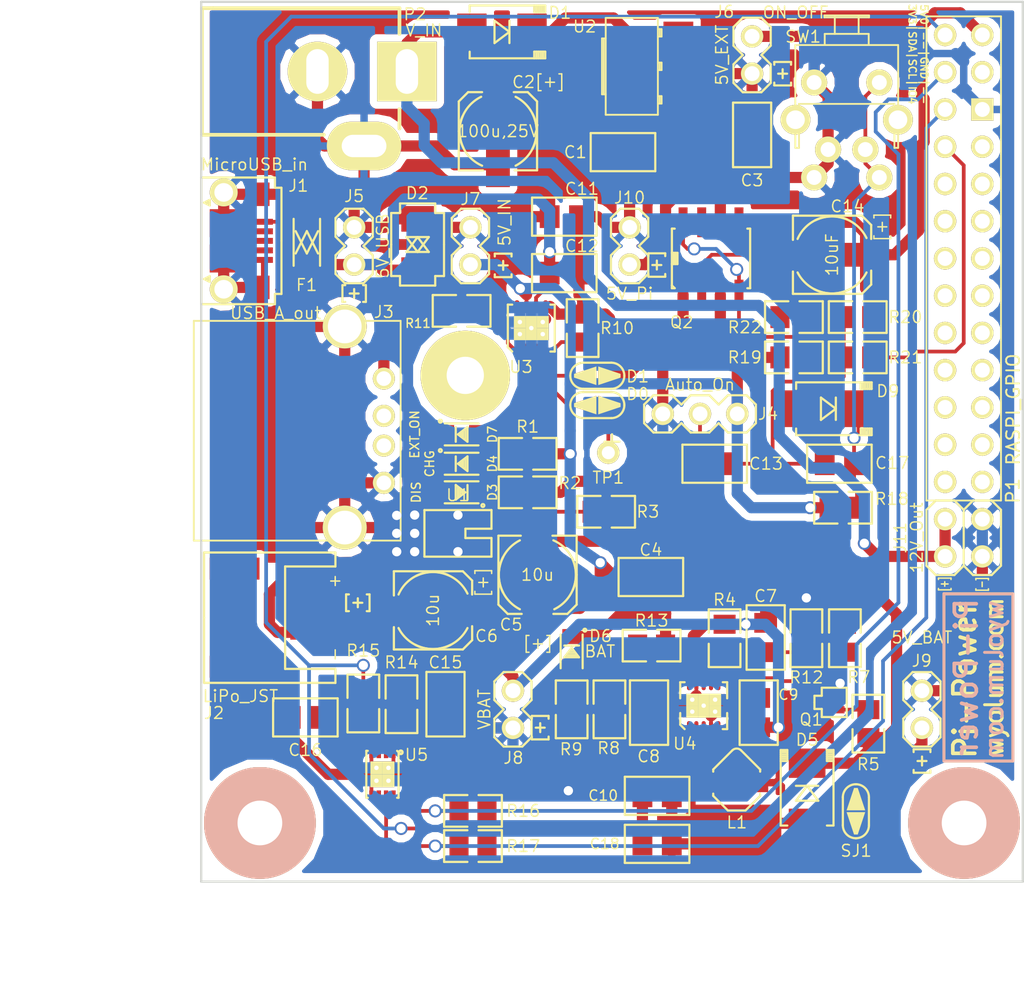
<source format=kicad_pcb>
(kicad_pcb (version 3) (host pcbnew "(2013-03-15 BZR 4003)-stable")
  (layers (15 F.Cu signal) (0 B.Cu signal hide) (18 B.Paste user) (19 F.Paste user) (20 B.SilkS user) (21 F.SilkS user) (22 B.Mask user) (23 F.Mask user) (28 Edge.Cuts user))
  (net 0 "")
  (net 1 /3V3_Pi)
  (net 2 /5V_BAT)
  (net 3 /5V_EXT)
  (net 4 /5V_IN)
  (net 5 /5V_Pi)
  (net 6 /5V_USB)
  (net 7 /D0)
  (net 8 /D1)
  (net 9 /EN)
  (net 10 /FB)
  (net 11 /GPIO4)
  (net 12 /Ilim)
  (net 13 /L)
  (net 14 /PROG)
  (net 15 /PWR_IN)
  (net 16 /SCL_Pi)
  (net 17 /SDA_Pi)
  (net 18 /STAT)
  (net 19 /UVLO2V6)
  (net 20 /VAUX)
  (net 21 /VBAT)
  (net 22 GND)
  (net 23 N-000001)
  (net 24 N-0000010)
  (net 25 N-0000011)
  (net 26 N-0000012)
  (net 27 N-0000016)
  (net 28 N-0000017)
  (net 29 N-0000018)
  (net 30 N-0000019)
  (net 31 N-0000023)
  (net 32 N-000003)
  (net 33 N-000004)
  (net 34 N-000005)
  (net 35 N-000006)
  (net 36 N-000007)
  (net 37 N-000008)
  (net 38 N-000009)
  (module c_0805 (layer F.Cu) (at 120.5 29)
    (fp_text reference C1 (at -3.25 0) (layer F.SilkS) (effects (font (size 0.8 0.8) (thickness 0.1))))
    (fp_text value 100nF hide)
    (pad 1 smd rect (at 1 0) (size 1.35 1.55) (layers F.Cu F.Paste F.Mask) (net 22 GND))
    (pad 2 smd rect (at -1 0) (size 1.35 1.55) (layers F.Cu F.Paste F.Mask) (net 3 /5V_EXT))
  )
  (module C_ELCO_SMD (layer F.Cu) (at 114.675 57.825)
    (fp_text reference C5 (at -1.8 3.4) (layer F.SilkS) (effects (font (size 0.8 0.8) (thickness 0.1))))
    (fp_text value 10u (at 0 0) (layer F.SilkS) (effects (font (size 0.8 0.8) (thickness 0.1))))
    (fp_text user [+] (at 0.025 4.65) (layer F.SilkS) (effects (font (size 0.8 0.8) (thickness 0.1))))
    (pad 1 smd rect (at 0 2.286) (size 1.6256 3.048) (layers F.Cu F.Paste F.Mask) (net 4 /5V_IN))
    (pad 2 smd rect (at 0 -2.286) (size 1.6256 3.048) (layers F.Cu F.Paste F.Mask) (net 22 GND))
  )
  (module C_ELCO_SMD (layer F.Cu) (at 107.55 60.25 90)
    (fp_text reference C6 (at -1.75 3.65 180) (layer F.SilkS) (effects (font (size 0.8 0.8) (thickness 0.1))))
    (fp_text value 10u (at 0 0 90) (layer F.SilkS) (effects (font (size 0.8 0.8) (thickness 0.1))))
    (fp_text user [+] (at 1.905 3.3655 90) (layer F.SilkS) (effects (font (size 0.8 0.8) (thickness 0.1))))
    (pad 1 smd rect (at 0 2.286 90) (size 1.6256 3.048) (layers F.Cu F.Paste F.Mask) (net 21 /VBAT))
    (pad 2 smd rect (at 0 -2.286 90) (size 1.6256 3.048) (layers F.Cu F.Paste F.Mask) (net 22 GND))
  )
  (module c_0805 (layer F.Cu) (at 130.225 62.1 270)
    (fp_text reference C7 (at -2.825 0 360) (layer F.SilkS) (effects (font (size 0.8 0.8) (thickness 0.1))))
    (fp_text value 100nF hide)
    (pad 1 smd rect (at 1 0 270) (size 1.35 1.55) (layers F.Cu F.Paste F.Mask) (net 19 /UVLO2V6))
    (pad 2 smd rect (at -1 0 270) (size 1.35 1.55) (layers F.Cu F.Paste F.Mask) (net 21 /VBAT))
  )
  (module c_0805 (layer F.Cu) (at 122.275 67.225 90)
    (fp_text reference C8 (at -2.981 -0.0245 180) (layer F.SilkS) (effects (font (size 0.8 0.8) (thickness 0.1))))
    (fp_text value 100nF hide)
    (pad 1 smd rect (at 1 0 90) (size 1.35 1.55) (layers F.Cu F.Paste F.Mask) (net 22 GND))
    (pad 2 smd rect (at -1 0 90) (size 1.35 1.55) (layers F.Cu F.Paste F.Mask) (net 20 /VAUX))
  )
  (module Inductor_SMD1 (layer F.Cu) (at 128.25 72 180)
    (fp_text reference L1 (at -0.012 -2.712 180) (layer F.SilkS) (effects (font (size 0.8 0.8) (thickness 0.1))))
    (fp_text value 4u7H,1.2A hide)
    (pad 1 smd rect (at -1.5 0 180) (size 1.3 1.3) (layers F.Cu F.Paste F.Mask) (net 21 /VBAT))
    (pad 2 smd rect (at 1.5 0 180) (size 1.3 1.3) (layers F.Cu F.Paste F.Mask) (net 13 /L))
  )
  (module r_0805 (layer F.Cu) (at 114 49.575)
    (fp_text reference R1 (at 0 -1.85) (layer F.SilkS) (effects (font (size 0.8 0.8) (thickness 0.1))))
    (fp_text value 1k5 hide)
    (pad 1 smd rect (at 0.9525 0) (size 1.30048 1.4986) (layers F.Cu F.Paste F.Mask) (net 4 /5V_IN))
    (pad 2 smd rect (at -0.9525 0) (size 1.30048 1.4986) (layers F.Cu F.Paste F.Mask) (net 33 N-000004))
  )
  (module r_0805 (layer F.Cu) (at 114 52.2 180)
    (fp_text reference R2 (at -2.875 0.625 180) (layer F.SilkS) (effects (font (size 0.8 0.8) (thickness 0.1))))
    (fp_text value 1k5 hide)
    (pad 1 smd rect (at 0.9525 0 180) (size 1.30048 1.4986) (layers F.Cu F.Paste F.Mask) (net 32 N-000003))
    (pad 2 smd rect (at -0.9525 0 180) (size 1.30048 1.4986) (layers F.Cu F.Paste F.Mask) (net 22 GND))
  )
  (module r_0805 (layer F.Cu) (at 119.35 53.525 180)
    (fp_text reference R3 (at -2.85 0 180) (layer F.SilkS) (effects (font (size 0.8 0.8) (thickness 0.1))))
    (fp_text value 2k hide)
    (pad 1 smd rect (at 0.9525 0 180) (size 1.30048 1.4986) (layers F.Cu F.Paste F.Mask) (net 14 /PROG))
    (pad 2 smd rect (at -0.9525 0 180) (size 1.30048 1.4986) (layers F.Cu F.Paste F.Mask) (net 22 GND))
  )
  (module r_0805 (layer F.Cu) (at 127.425 62.15 90)
    (fp_text reference R4 (at 2.625 0 180) (layer F.SilkS) (effects (font (size 0.8 0.8) (thickness 0.1))))
    (fp_text value 2M hide)
    (pad 1 smd rect (at 0.9525 0 90) (size 1.30048 1.4986) (layers F.Cu F.Paste F.Mask) (net 21 /VBAT))
    (pad 2 smd rect (at -0.9525 0 90) (size 1.30048 1.4986) (layers F.Cu F.Paste F.Mask) (net 19 /UVLO2V6))
  )
  (module r_0805 (layer F.Cu) (at 137.225 67.975 270)
    (fp_text reference R5 (at 2.775 0 360) (layer F.SilkS) (effects (font (size 0.8 0.8) (thickness 0.1))))
    (fp_text value 100k hide)
    (pad 1 smd rect (at 0.9525 0 270) (size 1.30048 1.4986) (layers F.Cu F.Paste F.Mask) (net 4 /5V_IN))
    (pad 2 smd rect (at -0.9525 0 270) (size 1.30048 1.4986) (layers F.Cu F.Paste F.Mask) (net 35 N-000006))
  )
  (module r_0805 (layer F.Cu) (at 135.625 62.15 90)
    (fp_text reference R7 (at -2.65 0.95 180) (layer F.SilkS) (effects (font (size 0.8 0.8) (thickness 0.1))))
    (fp_text value 10k hide)
    (pad 1 smd rect (at 0.9525 0 90) (size 1.30048 1.4986) (layers F.Cu F.Paste F.Mask) (net 21 /VBAT))
    (pad 2 smd rect (at -0.9525 0 90) (size 1.30048 1.4986) (layers F.Cu F.Paste F.Mask) (net 9 /EN))
  )
  (module r_0805 (layer F.Cu) (at 119.575 67 270)
    (fp_text reference R8 (at 2.65 0.05 360) (layer F.SilkS) (effects (font (size 0.8 0.8) (thickness 0.1))))
    (fp_text value 2M hide)
    (pad 1 smd rect (at 0.9525 0 270) (size 1.30048 1.4986) (layers F.Cu F.Paste F.Mask) (net 2 /5V_BAT))
    (pad 2 smd rect (at -0.9525 0 270) (size 1.30048 1.4986) (layers F.Cu F.Paste F.Mask) (net 10 /FB))
  )
  (module r_0805 (layer F.Cu) (at 117 67 270)
    (fp_text reference R9 (at 2.723 0.033 360) (layer F.SilkS) (effects (font (size 0.8 0.8) (thickness 0.1))))
    (fp_text value 1k5 hide)
    (pad 1 smd rect (at 0.9525 0 270) (size 1.30048 1.4986) (layers F.Cu F.Paste F.Mask) (net 2 /5V_BAT))
    (pad 2 smd rect (at -0.9525 0 270) (size 1.30048 1.4986) (layers F.Cu F.Paste F.Mask) (net 38 N-000009))
  )
  (module r_0805 (layer F.Cu) (at 117.75 41 270)
    (fp_text reference R10 (at 0 -2.35 360) (layer F.SilkS) (effects (font (size 0.8 0.8) (thickness 0.1))))
    (fp_text value 470E hide)
    (pad 1 smd rect (at 0.9525 0 270) (size 1.30048 1.4986) (layers F.Cu F.Paste F.Mask) (net 12 /Ilim))
    (pad 2 smd rect (at -0.9525 0 270) (size 1.30048 1.4986) (layers F.Cu F.Paste F.Mask) (net 22 GND))
  )
  (module r_0805 (layer F.Cu) (at 109.5 39.825)
    (fp_text reference R11 (at -2.975 0.85) (layer F.SilkS) (effects (font (size 0.6 0.6) (thickness 0.1))))
    (fp_text value 1k5 hide)
    (pad 1 smd rect (at 0.9525 0) (size 1.30048 1.4986) (layers F.Cu F.Paste F.Mask) (net 25 N-0000011))
    (pad 2 smd rect (at -0.9525 0) (size 1.30048 1.4986) (layers F.Cu F.Paste F.Mask) (net 26 N-0000012))
  )
  (module r_0805 (layer F.Cu) (at 133 62.15 270)
    (fp_text reference R12 (at 2.675 0 360) (layer F.SilkS) (effects (font (size 0.8 0.8) (thickness 0.1))))
    (fp_text value 220k hide)
    (pad 1 smd rect (at 0.9525 0 270) (size 1.30048 1.4986) (layers F.Cu F.Paste F.Mask) (net 19 /UVLO2V6))
    (pad 2 smd rect (at -0.9525 0 270) (size 1.30048 1.4986) (layers F.Cu F.Paste F.Mask) (net 22 GND))
  )
  (module r_0805 (layer F.Cu) (at 122.45 62.65 180)
    (fp_text reference R13 (at 0 1.7 180) (layer F.SilkS) (effects (font (size 0.8 0.8) (thickness 0.1))))
    (fp_text value 220k hide)
    (pad 1 smd rect (at 0.9525 0 180) (size 1.30048 1.4986) (layers F.Cu F.Paste F.Mask) (net 10 /FB))
    (pad 2 smd rect (at -0.9525 0 180) (size 1.30048 1.4986) (layers F.Cu F.Paste F.Mask) (net 22 GND))
  )
  (module r_0805 (layer F.Cu) (at 105.4 66.65 90)
    (fp_text reference R14 (at 2.85 0 180) (layer F.SilkS) (effects (font (size 0.8 0.8) (thickness 0.1))))
    (fp_text value 1k hide)
    (pad 1 smd rect (at 0.9525 0 90) (size 1.30048 1.4986) (layers F.Cu F.Paste F.Mask) (net 21 /VBAT))
    (pad 2 smd rect (at -0.9525 0 90) (size 1.30048 1.4986) (layers F.Cu F.Paste F.Mask) (net 24 N-0000010))
  )
  (module ShortLink (layer F.Cu) (at 136.375 73.95 270)
    (fp_text reference SJ1 (at 2.6955 -0.013 360) (layer F.SilkS) (effects (font (size 0.8 0.8) (thickness 0.1))))
    (fp_text value LINK1 hide)
    (pad 1 smd trapezoid (at -0.8255 0 270) (size 1.524 0.762) (rect_delta -0.508 0) (layers F.Cu F.Paste F.SilkS F.Mask) (net 4 /5V_IN) (clearance 0.127))
    (pad 2 smd trapezoid (at 0.8255 0 270) (size 1.524 0.762) (rect_delta 0.508 0) (layers F.Cu F.Paste F.SilkS F.Mask) (net 2 /5V_BAT) (clearance 0.127))
  )
  (module SW_PB_V_H (layer F.Cu) (at 135.75 24.25 270)
    (fp_text reference SW1 (at -3.125 2.975 360) (layer F.SilkS) (effects (font (size 0.8 0.8) (thickness 0.1))))
    (fp_text value ON_OFF (at -4.775 3.475 360) (layer F.SilkS) (effects (font (size 0.8 0.8) (thickness 0.1))))
    (pad 1 thru_hole circle (at 0 -2.2225 270) (size 1.778 1.778) (drill 1.016) (layers *.Cu *.Mask F.SilkS) (net 28 N-0000017))
    (pad 2 thru_hole circle (at 0 2.2225 270) (size 1.778 1.778) (drill 1.016) (layers *.Cu *.Mask F.SilkS) (net 22 GND))
    (pad 3 thru_hole circle (at 2.54 -3.4925 270) (size 2.032 2.032) (drill 1.27) (layers *.Cu *.Mask F.SilkS))
    (pad 3 thru_hole circle (at 2.54 3.4925 270) (size 2.032 2.032) (drill 1.27) (layers *.Cu *.Mask F.SilkS))
    (pad 2 thru_hole circle (at 6.477 2.2225 270) (size 1.778 1.778) (drill 1.016) (layers *.Cu *.Mask F.SilkS) (net 22 GND))
    (pad 1 thru_hole circle (at 6.477 -2.2225 270) (size 1.778 1.778) (drill 1.016) (layers *.Cu *.Mask F.SilkS) (net 28 N-0000017))
    (pad 2 thru_hole circle (at 4.572 1.27 270) (size 1.778 1.778) (drill 1.016) (layers *.Cu *.Mask F.SilkS) (net 22 GND))
    (pad 1 thru_hole circle (at 4.572 -1.27 270) (size 1.778 1.778) (drill 1.016) (layers *.Cu *.Mask F.SilkS) (net 28 N-0000017))
  )
  (module MCP73831 (layer F.Cu) (at 109.25 55 270)
    (fp_text reference U1 (at -2.6 0 360) (layer F.SilkS) (effects (font (size 0.8 0.8) (thickness 0.1))))
    (fp_text value MCP73831 hide)
    (pad 1 smd rect (at -0.95 1.4 270) (size 0.6 1.1) (layers F.Cu F.Paste F.Mask) (net 18 /STAT) (clearance 0.127))
    (pad 3 smd rect (at 0.95 1.4 270) (size 0.6 1.1) (layers F.Cu F.Paste F.Mask) (net 21 /VBAT) (clearance 0.127))
    (pad 2 smd rect (at 0 1.4 270) (size 0.6 1.1) (layers F.Cu F.Paste F.Mask) (net 22 GND) (clearance 0.127))
    (pad 4 smd rect (at 0.95 -1.4 270) (size 0.6 1.1) (layers F.Cu F.Paste F.Mask) (net 4 /5V_IN) (clearance 0.127))
    (pad 5 smd rect (at -0.95 -1.4 270) (size 0.6 1.1) (layers F.Cu F.Paste F.Mask) (net 14 /PROG) (clearance 0.127))
  )
  (module c_0805 (layer F.Cu) (at 116.5 33.4)
    (fp_text reference C11 (at 1.2 -1.9) (layer F.SilkS) (effects (font (size 0.8 0.8) (thickness 0.1))))
    (fp_text value 100nF hide)
    (pad 1 smd rect (at 1 0) (size 1.35 1.55) (layers F.Cu F.Paste F.Mask) (net 22 GND))
    (pad 2 smd rect (at -1 0) (size 1.35 1.55) (layers F.Cu F.Paste F.Mask) (net 3 /5V_EXT))
  )
  (module c_0805 (layer F.Cu) (at 116.5 37.25)
    (fp_text reference C12 (at 1.2 -1.85) (layer F.SilkS) (effects (font (size 0.8 0.8) (thickness 0.1))))
    (fp_text value 100nF hide)
    (pad 1 smd rect (at 1 0) (size 1.35 1.55) (layers F.Cu F.Paste F.Mask) (net 22 GND))
    (pad 2 smd rect (at -1 0) (size 1.35 1.55) (layers F.Cu F.Paste F.Mask) (net 6 /5V_USB))
  )
  (module C_ELCO_SMD (layer F.Cu) (at 111.975 27.575 180)
    (fp_text reference C2 (at -1.75 3.35 180) (layer F.SilkS) (effects (font (size 0.8 0.8) (thickness 0.1))))
    (fp_text value 100u,25V (at 0 0 180) (layer F.SilkS) (effects (font (size 0.8 0.8) (thickness 0.1))))
    (fp_text user [+] (at -3.55 3.4 180) (layer F.SilkS) (effects (font (size 0.8 0.8) (thickness 0.1))))
    (pad 1 smd rect (at 0 2.286 180) (size 1.6256 3.048) (layers F.Cu F.Paste F.Mask) (net 23 N-000001))
    (pad 2 smd rect (at 0 -2.286 180) (size 1.6256 3.048) (layers F.Cu F.Paste F.Mask) (net 22 GND))
  )
  (module c_0805 (layer F.Cu) (at 129.3 27.825 90)
    (fp_text reference C3 (at -3.1 0 180) (layer F.SilkS) (effects (font (size 0.8 0.8) (thickness 0.1))))
    (fp_text value "2u2 Tant" hide)
    (pad 1 smd rect (at 1 0 90) (size 1.35 1.55) (layers F.Cu F.Paste F.Mask) (net 3 /5V_EXT))
    (pad 2 smd rect (at -1 0 90) (size 1.35 1.55) (layers F.Cu F.Paste F.Mask) (net 22 GND))
  )
  (module c_0805 (layer F.Cu) (at 122.4 57.975)
    (fp_text reference C4 (at 0 -1.85) (layer F.SilkS) (effects (font (size 0.8 0.8) (thickness 0.1))))
    (fp_text value 100nF hide)
    (pad 1 smd rect (at 1 0) (size 1.35 1.55) (layers F.Cu F.Paste F.Mask) (net 22 GND))
    (pad 2 smd rect (at -1 0) (size 1.35 1.55) (layers F.Cu F.Paste F.Mask) (net 4 /5V_IN))
  )
  (module c_0805 (layer F.Cu) (at 126.75 50.25 180)
    (fp_text reference C13 (at -3.5 0 180) (layer F.SilkS) (effects (font (size 0.8 0.8) (thickness 0.1))))
    (fp_text value 100nF hide)
    (pad 1 smd rect (at 1 0 180) (size 1.35 1.55) (layers F.Cu F.Paste F.Mask) (net 29 N-0000018))
    (pad 2 smd rect (at -1 0 180) (size 1.35 1.55) (layers F.Cu F.Paste F.Mask) (net 31 N-0000023))
  )
  (module C_ELCO_SMD (layer F.Cu) (at 134.75 36 90)
    (fp_text reference C14 (at 3.3 1.05 180) (layer F.SilkS) (effects (font (size 0.8 0.8) (thickness 0.1))))
    (fp_text value 10uF (at 0 0 90) (layer F.SilkS) (effects (font (size 0.8 0.8) (thickness 0.1))))
    (fp_text user [+] (at 1.905 3.3655 90) (layer F.SilkS) (effects (font (size 0.8 0.8) (thickness 0.1))))
    (pad 1 smd rect (at 0 2.286 90) (size 1.6256 3.048) (layers F.Cu F.Paste F.Mask) (net 5 /5V_Pi))
    (pad 2 smd rect (at 0 -2.286 90) (size 1.6256 3.048) (layers F.Cu F.Paste F.Mask) (net 27 N-0000016))
  )
  (module c_0805 (layer F.Cu) (at 108.4 66.65 90)
    (fp_text reference C15 (at 2.85 0 180) (layer F.SilkS) (effects (font (size 0.8 0.8) (thickness 0.1))))
    (fp_text value 1uF hide)
    (pad 1 smd rect (at 1 0 90) (size 1.35 1.55) (layers F.Cu F.Paste F.Mask) (net 22 GND))
    (pad 2 smd rect (at -1 0 90) (size 1.35 1.55) (layers F.Cu F.Paste F.Mask) (net 24 N-0000010))
  )
  (module c_0805 (layer F.Cu) (at 98.85 67.55 180)
    (fp_text reference C16 (at 0 -2.225 360) (layer F.SilkS) (effects (font (size 0.8 0.8) (thickness 0.1))))
    (fp_text value 100nF hide)
    (pad 1 smd rect (at 1 0 180) (size 1.35 1.55) (layers F.Cu F.Paste F.Mask) (net 22 GND))
    (pad 2 smd rect (at -1 0 180) (size 1.35 1.55) (layers F.Cu F.Paste F.Mask) (net 36 N-000007))
  )
  (module c_0805 (layer F.Cu) (at 135.25 50.25)
    (fp_text reference C17 (at 3.6 -0.05) (layer F.SilkS) (effects (font (size 0.8 0.8) (thickness 0.1))))
    (fp_text value 1uF hide)
    (pad 1 smd rect (at 1 0) (size 1.35 1.55) (layers F.Cu F.Paste F.Mask) (net 28 N-0000017))
    (pad 2 smd rect (at -1 0) (size 1.35 1.55) (layers F.Cu F.Paste F.Mask) (net 31 N-0000023))
  )
  (module diode-DO214BA (layer F.Cu) (at 112.25 20.8)
    (fp_text reference D1 (at 3.95 -1.3) (layer F.SilkS) (effects (font (size 0.8 0.8) (thickness 0.1))))
    (fp_text value LSM115J hide)
    (pad 2 smd rect (at 2.05 0) (size 2 2.5) (layers F.Cu F.Paste F.Mask) (net 23 N-000001))
    (pad 1 smd rect (at -2.05 0) (size 2 2.5) (layers F.Cu F.Paste F.Mask) (net 15 /PWR_IN))
  )
  (module diode-DO214AA (layer F.Cu) (at 106.5 35.3 90)
    (fp_text reference D2 (at 3.5 -0.025 180) (layer F.SilkS) (effects (font (size 0.8 0.8) (thickness 0.1))))
    (fp_text value SMBJ5.0CA hide)
    (pad 2 smd rect (at 1.75 0 90) (size 1.75 2.22) (layers F.Cu F.Paste F.Mask) (net 22 GND))
    (pad 1 smd rect (at -1.75 0 90) (size 1.75 2.22) (layers F.Cu F.Paste F.Mask) (net 6 /5V_USB))
  )
  (module led_0805 (layer F.Cu) (at 109.5 52.2 180)
    (fp_text reference D3 (at -2.1 0 270) (layer F.SilkS) (effects (font (size 0.6 0.6) (thickness 0.1))))
    (fp_text value DIS (at 3.1 0 270) (layer F.SilkS) (effects (font (size 0.6 0.6) (thickness 0.1))))
    (pad 1 smd rect (at 1.016 0 180) (size 1.016 1.27) (layers F.Cu F.Paste F.Mask) (net 18 /STAT))
    (pad 2 smd rect (at -1.016 0 180) (size 1.016 1.27) (layers F.Cu F.Paste F.Mask) (net 32 N-000003))
  )
  (module led_0805 (layer F.Cu) (at 109.5 50.25)
    (fp_text reference D4 (at 2.1 0 90) (layer F.SilkS) (effects (font (size 0.6 0.6) (thickness 0.1))))
    (fp_text value CHG (at -2.175 0 90) (layer F.SilkS) (effects (font (size 0.6 0.6) (thickness 0.1))))
    (pad 1 smd rect (at 1.016 0) (size 1.016 1.27) (layers F.Cu F.Paste F.Mask) (net 33 N-000004))
    (pad 2 smd rect (at -1.016 0) (size 1.016 1.27) (layers F.Cu F.Paste F.Mask) (net 18 /STAT))
  )
  (module diode-DO214BA (layer F.Cu) (at 133.05 72.725 90)
    (fp_text reference D5 (at 3.65 0 180) (layer F.SilkS) (effects (font (size 0.8 0.8) (thickness 0.1))))
    (fp_text value LSM115J hide)
    (pad 2 smd rect (at 2.05 0 90) (size 2 2.5) (layers F.Cu F.Paste F.Mask) (net 4 /5V_IN))
    (pad 1 smd rect (at -2.05 0 90) (size 2 2.5) (layers F.Cu F.Paste F.Mask) (net 2 /5V_BAT))
  )
  (module led_0805 (layer F.Cu) (at 117 63.05 270)
    (fp_text reference D6 (at -1.05 -1.97 360) (layer F.SilkS) (effects (font (size 0.8 0.8) (thickness 0.1))))
    (fp_text value BAT (at 0 -1.925 360) (layer F.SilkS) (effects (font (size 0.8 0.8) (thickness 0.1))))
    (pad 1 smd rect (at 1.016 0 270) (size 1.016 1.27) (layers F.Cu F.Paste F.Mask) (net 38 N-000009))
    (pad 2 smd rect (at -1.016 0 270) (size 1.016 1.27) (layers F.Cu F.Paste F.Mask) (net 22 GND))
  )
  (module led_0805 (layer F.Cu) (at 109.5 48.25)
    (fp_text reference D7 (at 2.1 0 90) (layer F.SilkS) (effects (font (size 0.6 0.6) (thickness 0.1))))
    (fp_text value EXT_ON (at -3.2 0 90) (layer F.SilkS) (effects (font (size 0.6 0.6) (thickness 0.1))))
    (pad 1 smd rect (at 1.016 0) (size 1.016 1.27) (layers F.Cu F.Paste F.Mask) (net 4 /5V_IN))
    (pad 2 smd rect (at -1.016 0) (size 1.016 1.27) (layers F.Cu F.Paste F.Mask) (net 26 N-0000012))
  )
  (module diode-DO214BA (layer F.Cu) (at 134.5 46.5)
    (fp_text reference D9 (at 4.05 -1.2) (layer F.SilkS) (effects (font (size 0.8 0.8) (thickness 0.1))))
    (fp_text value LSM115J hide)
    (pad 2 smd rect (at 2.05 0) (size 2 2.5) (layers F.Cu F.Paste F.Mask) (net 28 N-0000017))
    (pad 1 smd rect (at -2.05 0) (size 2 2.5) (layers F.Cu F.Paste F.Mask) (net 30 N-0000019))
  )
  (module f_1206 (layer F.Cu) (at 98.95 35.15 270)
    (fp_text reference F1 (at 2.913 0.016 360) (layer F.SilkS) (effects (font (size 0.8 0.8) (thickness 0.1))))
    (fp_text value NANOSMDC110F hide)
    (pad 1 smd rect (at 1.5 0 270) (size 1 1.6) (layers F.Cu F.Paste F.Mask) (net 6 /5V_USB))
    (pad 2 smd rect (at -1.5 0 270) (size 1 1.6) (layers F.Cu F.Paste F.Mask) (net 34 N-000005))
  )
  (module CONN_JST-2_SMD (layer F.Cu) (at 92.325 60.75 270)
    (fp_text reference J2 (at 6.5 -0.3 540) (layer F.SilkS) (effects (font (size 0.8 0.8) (thickness 0.1))))
    (fp_text value LiPo_JST (at 5.35 -2.1 540) (layer F.SilkS) (effects (font (size 0.8 0.8) (thickness 0.1))))
    (fp_text user - (at 2.49936 -8.49884 270) (layer F.SilkS) (effects (font (size 0.8 0.8) (thickness 0.1))))
    (fp_text user + (at -2.49936 -8.49884 270) (layer F.SilkS) (effects (font (size 0.8 0.8) (thickness 0.1))))
    (pad "" smd rect (at -3.34772 -1.69926 270) (size 1.4986 3.39598) (layers F.Cu F.Paste F.Mask))
    (pad 1 smd rect (at -0.99822 -7.24916 270) (size 0.99568 3.49758) (layers F.Cu F.Paste F.Mask) (net 21 /VBAT))
    (pad 2 smd rect (at 0.99822 -7.24916 270) (size 0.99568 3.49758) (layers F.Cu F.Paste F.Mask) (net 22 GND))
    (pad "" smd rect (at 3.34772 -1.69926 270) (size 1.4986 3.39598) (layers F.Cu F.Paste F.Mask))
  )
  (module Header_3 (layer F.Cu) (at 125.75 46.85)
    (fp_text reference J4 (at 4.6355 0 180) (layer F.SilkS) (effects (font (size 0.8 0.8) (thickness 0.1))))
    (fp_text value Auto_On (at 0 -2 180) (layer F.SilkS) (effects (font (size 0.8 0.8) (thickness 0.1))))
    (pad 1 thru_hole circle (at -2.54 0) (size 1.524 1.524) (drill 1.016) (layers *.Cu *.Mask F.SilkS) (net 22 GND))
    (pad 2 thru_hole circle (at 0 0) (size 1.524 1.524) (drill 1.016) (layers *.Cu *.Mask F.SilkS) (net 29 N-0000018))
    (pad 3 thru_hole circle (at 2.54 0) (size 1.524 1.524) (drill 1.016) (layers *.Cu *.Mask F.SilkS) (net 4 /5V_IN))
  )
  (module Header_2 (layer F.Cu) (at 129.3 22.375 90)
    (fp_text reference J6 (at 2.95 -1.9 180) (layer F.SilkS) (effects (font (size 0.8 0.8) (thickness 0.1))))
    (fp_text value 5V_EXT (at 0 -2.05 270) (layer F.SilkS) (effects (font (size 0.8 0.8) (thickness 0.1))))
    (pad 1 thru_hole circle (at -1.27 0 90) (size 1.524 1.524) (drill 1.016) (layers *.Cu *.Mask F.SilkS) (net 3 /5V_EXT))
    (pad 2 thru_hole circle (at 1.27 0 90) (size 1.524 1.524) (drill 1.016) (layers *.Cu *.Mask F.SilkS) (net 22 GND))
  )
  (module Header_2 (layer F.Cu) (at 110.1 35.4 90)
    (fp_text reference J7 (at 3.2 0 180) (layer F.SilkS) (effects (font (size 0.8 0.8) (thickness 0.1))))
    (fp_text value 5V_IN (at 1.625 2.325 90) (layer F.SilkS) (effects (font (size 0.8 0.8) (thickness 0.1))))
    (pad 1 thru_hole circle (at -1.27 0 90) (size 1.524 1.524) (drill 1.016) (layers *.Cu *.Mask F.SilkS) (net 4 /5V_IN))
    (pad 2 thru_hole circle (at 1.27 0 90) (size 1.524 1.524) (drill 1.016) (layers *.Cu *.Mask F.SilkS) (net 22 GND))
  )
  (module Header_2 (layer F.Cu) (at 113 67 270)
    (fp_text reference J8 (at 3.3095 -0.0335 360) (layer F.SilkS) (effects (font (size 0.8 0.8) (thickness 0.1))))
    (fp_text value VBAT (at 0 1.95 450) (layer F.SilkS) (effects (font (size 0.8 0.8) (thickness 0.1))))
    (pad 1 thru_hole circle (at -1.27 0 270) (size 1.524 1.524) (drill 1.016) (layers *.Cu *.Mask F.SilkS) (net 21 /VBAT))
    (pad 2 thru_hole circle (at 1.27 0 270) (size 1.524 1.524) (drill 1.016) (layers *.Cu *.Mask F.SilkS) (net 22 GND))
  )
  (module Header_2 (layer F.Cu) (at 140.875 67 90)
    (fp_text reference J9 (at 3.3095 -0.0105 360) (layer F.SilkS) (effects (font (size 0.8 0.8) (thickness 0.1))))
    (fp_text value 5V_BAT (at 4.9 0 360) (layer F.SilkS) (effects (font (size 0.8 0.8) (thickness 0.1))))
    (pad 1 thru_hole circle (at -1.27 0 90) (size 1.524 1.524) (drill 1.016) (layers *.Cu *.Mask F.SilkS) (net 2 /5V_BAT))
    (pad 2 thru_hole circle (at 1.27 0 90) (size 1.524 1.524) (drill 1.016) (layers *.Cu *.Mask F.SilkS) (net 22 GND))
  )
  (module Header_2 (layer F.Cu) (at 120.95 35.4 90)
    (fp_text reference J10 (at 3.3 0 180) (layer F.SilkS) (effects (font (size 0.8 0.8) (thickness 0.1))))
    (fp_text value 5V_Pi (at -3.25 0 180) (layer F.SilkS) (effects (font (size 0.8 0.8) (thickness 0.1))))
    (pad 1 thru_hole circle (at -1.27 0 90) (size 1.524 1.524) (drill 1.016) (layers *.Cu *.Mask F.SilkS) (net 5 /5V_Pi))
    (pad 2 thru_hole circle (at 1.27 0 90) (size 1.524 1.524) (drill 1.016) (layers *.Cu *.Mask F.SilkS) (net 22 GND))
  )
  (module JACK_ALIM (layer F.Cu) (at 99.675 23.5)
    (fp_text reference P2 (at 6.65 -3.9) (layer F.SilkS) (effects (font (size 0.8 0.8) (thickness 0.1))))
    (fp_text value V_IN (at 7.25 -2.8) (layer F.SilkS) (effects (font (size 0.8 0.8) (thickness 0.1))))
    (pad 2 thru_hole circle (at 0 0) (size 4.064 4.064) (drill oval 1.524 3.048) (layers *.Cu *.Mask F.SilkS) (net 22 GND))
    (pad 1 thru_hole rect (at 6.096 0) (size 4.064 4.064) (drill oval 1.524 3.048) (layers *.Cu *.Mask F.SilkS) (net 15 /PWR_IN))
    (pad 3 thru_hole oval (at 3.175 5.08) (size 5.08 3.302) (drill oval 3.048 1.524) (layers *.Cu *.Mask F.SilkS) (net 22 GND))
  )
  (module SO8E (layer F.Cu) (at 126.5 36.25)
    (fp_text reference Q2 (at -2 4.35 180) (layer F.SilkS) (effects (font (size 0.8 0.8) (thickness 0.1))))
    (fp_text value IRF7319 hide)
    (pad 8 smd rect (at -1.905 -2.465) (size 0.6096 2.032) (layers F.Cu F.Paste F.Mask) (net 31 N-0000023))
    (pad 1 smd rect (at -1.905 2.465) (size 0.6096 2.032) (layers F.Cu F.Paste F.Mask) (net 22 GND))
    (pad 7 smd rect (at -0.635 -2.465) (size 0.6096 2.032) (layers F.Cu F.Paste F.Mask) (net 31 N-0000023))
    (pad 6 smd rect (at 0.635 -2.465) (size 0.6096 2.032) (layers F.Cu F.Paste F.Mask) (net 5 /5V_Pi))
    (pad 5 smd rect (at 1.905 -2.465) (size 0.6096 2.032) (layers F.Cu F.Paste F.Mask) (net 5 /5V_Pi))
    (pad 2 smd rect (at -0.635 2.465) (size 0.6096 2.032) (layers F.Cu F.Paste F.Mask) (net 27 N-0000016))
    (pad 3 smd rect (at 0.635 2.465) (size 0.6096 2.032) (layers F.Cu F.Paste F.Mask) (net 4 /5V_IN))
    (pad 4 smd rect (at 1.905 2.465) (size 0.6096 2.032) (layers F.Cu F.Paste F.Mask) (net 31 N-0000023))
  )
  (module r_0805 (layer F.Cu) (at 102.8 66.6 90)
    (fp_text reference R15 (at 3.6 0 180) (layer F.SilkS) (effects (font (size 0.8 0.8) (thickness 0.1))))
    (fp_text value 150E hide)
    (pad 1 smd rect (at 0.9525 0 90) (size 1.30048 1.4986) (layers F.Cu F.Paste F.Mask) (net 1 /3V3_Pi))
    (pad 2 smd rect (at -0.9525 0 90) (size 1.30048 1.4986) (layers F.Cu F.Paste F.Mask) (net 36 N-000007))
  )
  (module r_0805 (layer F.Cu) (at 110.275 73.925)
    (fp_text reference R16 (at 3.425 0 180) (layer F.SilkS) (effects (font (size 0.8 0.8) (thickness 0.1))))
    (fp_text value 10k hide)
    (pad 1 smd rect (at 0.9525 0) (size 1.30048 1.4986) (layers F.Cu F.Paste F.Mask) (net 1 /3V3_Pi))
    (pad 2 smd rect (at -0.9525 0) (size 1.30048 1.4986) (layers F.Cu F.Paste F.Mask) (net 17 /SDA_Pi))
  )
  (module r_0805 (layer F.Cu) (at 110.275 76.325)
    (fp_text reference R17 (at 3.425 0 180) (layer F.SilkS) (effects (font (size 0.8 0.8) (thickness 0.1))))
    (fp_text value 10k hide)
    (pad 1 smd rect (at 0.9525 0) (size 1.30048 1.4986) (layers F.Cu F.Paste F.Mask) (net 1 /3V3_Pi))
    (pad 2 smd rect (at -0.9525 0) (size 1.30048 1.4986) (layers F.Cu F.Paste F.Mask) (net 16 /SCL_Pi))
  )
  (module r_0805 (layer F.Cu) (at 135.5 53.25 180)
    (fp_text reference R18 (at -3.325 0.6 180) (layer F.SilkS) (effects (font (size 0.8 0.8) (thickness 0.1))))
    (fp_text value 10k hide)
    (pad 1 smd rect (at 0.9525 0 180) (size 1.30048 1.4986) (layers F.Cu F.Paste F.Mask) (net 4 /5V_IN))
    (pad 2 smd rect (at -0.9525 0 180) (size 1.30048 1.4986) (layers F.Cu F.Paste F.Mask) (net 28 N-0000017))
  )
  (module r_0805 (layer F.Cu) (at 132.15 43 180)
    (fp_text reference R19 (at 3.35 0 180) (layer F.SilkS) (effects (font (size 0.8 0.8) (thickness 0.1))))
    (fp_text value 100k hide)
    (pad 1 smd rect (at 0.9525 0 180) (size 1.30048 1.4986) (layers F.Cu F.Paste F.Mask) (net 4 /5V_IN))
    (pad 2 smd rect (at -0.9525 0 180) (size 1.30048 1.4986) (layers F.Cu F.Paste F.Mask) (net 31 N-0000023))
  )
  (module r_0805 (layer F.Cu) (at 136.5 40.25)
    (fp_text reference R20 (at 3.25 0) (layer F.SilkS) (effects (font (size 0.8 0.8) (thickness 0.1))))
    (fp_text value 100k hide)
    (pad 1 smd rect (at 0.9525 0) (size 1.30048 1.4986) (layers F.Cu F.Paste F.Mask) (net 5 /5V_Pi))
    (pad 2 smd rect (at -0.9525 0) (size 1.30048 1.4986) (layers F.Cu F.Paste F.Mask) (net 30 N-0000019))
  )
  (module r_0805 (layer F.Cu) (at 136.5 43 180)
    (fp_text reference R21 (at -3.25 0 180) (layer F.SilkS) (effects (font (size 0.8 0.8) (thickness 0.1))))
    (fp_text value 1k hide)
    (pad 1 smd rect (at 0.9525 0 180) (size 1.30048 1.4986) (layers F.Cu F.Paste F.Mask) (net 30 N-0000019))
    (pad 2 smd rect (at -0.9525 0 180) (size 1.30048 1.4986) (layers F.Cu F.Paste F.Mask) (net 11 /GPIO4))
  )
  (module r_0805 (layer F.Cu) (at 132.15 40.25)
    (fp_text reference R22 (at -3.35 0.7) (layer F.SilkS) (effects (font (size 0.8 0.8) (thickness 0.1))))
    (fp_text value 300k hide)
    (pad 1 smd rect (at 0.9525 0) (size 1.30048 1.4986) (layers F.Cu F.Paste F.Mask) (net 30 N-0000019))
    (pad 2 smd rect (at -0.9525 0) (size 1.30048 1.4986) (layers F.Cu F.Paste F.Mask) (net 27 N-0000016))
  )
  (module ShortLink (layer F.Cu) (at 118.75 46.25)
    (fp_text reference SJ3 hide)
    (fp_text value D0 (at 2.75 -0.75) (layer F.SilkS) (effects (font (size 0.8 0.8) (thickness 0.1))))
    (pad 1 smd trapezoid (at -0.8255 0) (size 1.524 0.762) (rect_delta -0.508 0) (layers F.Cu F.Paste F.SilkS F.Mask) (net 7 /D0) (clearance 0.127))
    (pad 2 smd trapezoid (at 0.8255 0) (size 1.524 0.762) (rect_delta 0.508 0) (layers F.Cu F.Paste F.SilkS F.Mask) (net 37 N-000008) (clearance 0.127))
  )
  (module ShortLink (layer F.Cu) (at 118.75 44.25)
    (fp_text reference SJ4 hide)
    (fp_text value D1 (at 2.75 0.05) (layer F.SilkS) (effects (font (size 0.8 0.8) (thickness 0.1))))
    (pad 1 smd trapezoid (at -0.8255 0) (size 1.524 0.762) (rect_delta -0.508 0) (layers F.Cu F.Paste F.SilkS F.Mask) (net 8 /D1) (clearance 0.127))
    (pad 2 smd trapezoid (at 0.8255 0) (size 1.524 0.762) (rect_delta 0.508 0) (layers F.Cu F.Paste F.SilkS F.Mask) (net 22 GND) (clearance 0.127))
  )
  (module Breakout (layer F.Cu) (at 119.5 49.5)
    (fp_text reference TP1 (at 0 1.7) (layer F.SilkS) (effects (font (size 0.8 0.8) (thickness 0.1))))
    (fp_text value TP hide)
    (pad 1 thru_hole circle (at 0 0 90) (size 1.524 1.524) (drill 0.889) (layers *.Cu *.Mask F.SilkS) (net 37 N-000008))
  )
  (module USB_B_Micro (layer F.Cu) (at 95.95 35.05)
    (fp_text reference J1 (at 2.4225 -3.76) (layer F.SilkS) (effects (font (size 0.8 0.8) (thickness 0.1))))
    (fp_text value MicroUSB_in (at -0.5775 -5.21) (layer F.SilkS) (effects (font (size 0.8 0.8) (thickness 0.1))))
    (pad 3 smd rect (at 0 0) (size 1.3716 0.4064) (layers F.Cu F.Paste F.Mask) (clearance 0.2032))
    (pad 4 smd rect (at 0 0.65024) (size 1.3716 0.4064) (layers F.Cu F.Paste F.Mask) (clearance 0.2032))
    (pad 5 smd rect (at 0 1.30048) (size 1.3716 0.4064) (layers F.Cu F.Paste F.Mask) (net 22 GND) (clearance 0.2032))
    (pad 2 smd rect (at 0 -0.65024) (size 1.3716 0.4064) (layers F.Cu F.Paste F.Mask) (clearance 0.2032))
    (pad 1 smd rect (at 0 -1.30048) (size 1.3716 0.4064) (layers F.Cu F.Paste F.Mask) (net 34 N-000005) (clearance 0.2032))
    (pad 5 smd rect (at -0.254 -3.175) (size 1.4224 1.6002) (layers F.Cu F.Paste F.Mask) (net 22 GND))
    (pad 5 smd rect (at -0.254 3.175) (size 1.4224 1.6002) (layers F.Cu F.Paste F.Mask) (net 22 GND))
    (pad 5 smd rect (at -2.667 -1.2065) (size 1.905 1.905) (layers F.Cu F.Paste F.Mask) (net 22 GND) (clearance 0.2032))
    (pad 5 smd rect (at -2.667 1.2065) (size 1.905 1.905) (layers F.Cu F.Paste F.Mask) (net 22 GND) (clearance 0.2032))
    (pad 5 thru_hole circle (at -2.667 -3.302) (size 1.905 1.905) (drill 1.27) (layers *.Cu *.Paste *.Mask F.SilkS) (net 22 GND) (clearance 0.2032))
    (pad 5 thru_hole circle (at -2.667 3.302) (size 1.905 1.905) (drill 1.27) (layers *.Cu *.Paste *.Mask F.SilkS) (net 22 GND) (clearance 0.2032))
  )
  (module TPS61200_QFN10 (layer F.Cu) (at 126 66.75)
    (fp_text reference U4 (at -1.286 2.592) (layer F.SilkS) (effects (font (size 0.8 0.8) (thickness 0.1))))
    (fp_text value TPS61200 hide)
    (pad 6 smd oval (at 1 -1.475) (size 0.28 0.85) (layers F.Cu F.Paste F.Mask) (net 9 /EN) (clearance 0.07))
    (pad 7 smd oval (at 0.5 -1.475) (size 0.28 0.85) (layers F.Cu F.Mask) (net 19 /UVLO2V6) (clearance 0.07))
    (pad 8 smd oval (at 0 -1.475) (size 0.28 0.85) (layers F.Cu F.Paste F.Mask) (net 21 /VBAT) (clearance 0.07))
    (pad 9 smd oval (at -0.5 -1.475) (size 0.28 0.85) (layers F.Cu F.Paste F.Mask) (net 22 GND) (clearance 0.07))
    (pad 10 smd oval (at -1 -1.475) (size 0.28 0.85) (layers F.Cu F.Paste F.Mask) (net 10 /FB) (clearance 0.07))
    (pad 1 smd oval (at -1 1.475) (size 0.28 0.85) (layers F.Cu F.Paste F.Mask) (net 20 /VAUX) (clearance 0.07))
    (pad 2 smd oval (at -0.5 1.475) (size 0.28 0.85) (layers F.Cu F.Paste F.Mask) (net 2 /5V_BAT) (clearance 0.07))
    (pad 3 smd oval (at 0 1.475) (size 0.28 0.85) (layers F.Cu F.Paste F.Mask) (net 13 /L) (clearance 0.07))
    (pad 4 smd oval (at 0.5 1.475) (size 0.28 0.85) (layers F.Cu F.Paste F.Mask) (net 22 GND) (clearance 0.07))
    (pad 5 smd oval (at 1 1.475) (size 0.28 0.85) (layers F.Cu F.Paste F.Mask) (net 21 /VBAT) (clearance 0.07))
    (pad 11 thru_hole rect (at 0 0) (size 0.76 1.64) (drill 0.299999) (layers *.Cu *.Mask F.SilkS) (net 22 GND) (clearance 0.001))
    (pad 12 thru_hole rect (at -0.78 0.41) (size 0.82 0.82) (drill 0.299999) (layers *.Cu *.Mask F.SilkS) (net 22 GND) (clearance 0.001))
    (pad 13 thru_hole rect (at -0.78 -0.41) (size 0.82 0.82) (drill 0.299999) (layers *.Cu *.Mask F.SilkS) (net 22 GND) (clearance 0.001))
    (pad 14 thru_hole rect (at 0.78 -0.41) (size 0.82 0.82) (drill 0.299999) (layers *.Cu *.Mask F.SilkS) (net 22 GND) (clearance 0.001))
    (pad 15 thru_hole rect (at 0.78 0.41) (size 0.82 0.82) (drill 0.299999) (layers *.Cu *.Mask F.SilkS) (net 22 GND) (clearance 0.001))
    (pad 13 smd rect (at -1.54 -0.25) (size 0.7 0.28) (layers F.Cu F.Paste F.Mask) (net 22 GND) (clearance 0.001))
    (pad 12 smd rect (at -1.54 0.25) (size 0.7 0.28) (layers F.Cu F.Paste F.Mask) (net 22 GND) (clearance 0.001))
    (pad 14 smd rect (at 1.54 -0.25) (size 0.7 0.28) (layers F.Cu F.Paste F.Mask) (net 22 GND) (clearance 0.001))
    (pad 15 smd rect (at 1.54 0.25) (size 0.7 0.28) (layers F.Cu F.Paste F.Mask) (net 22 GND) (clearance 0.001))
  )
  (module USB_A (layer F.Cu) (at 104.2 48 180)
    (fp_text reference J3 (at 0 8.1 180) (layer F.SilkS) (effects (font (size 0.8 0.8) (thickness 0.1))))
    (fp_text value USB_A_out (at 7.375 8.025 360) (layer F.SilkS) (effects (font (size 0.8 0.8) (thickness 0.1))))
    (pad 4 thru_hole circle (at 0 -3.556 180) (size 1.50114 1.50114) (drill 1.00076) (layers *.Cu *.Mask F.SilkS) (net 22 GND))
    (pad 3 thru_hole circle (at 0 -1.016 180) (size 1.50114 1.50114) (drill 1.00076) (layers *.Cu *.Mask F.SilkS))
    (pad 2 thru_hole circle (at 0 1.016 180) (size 1.50114 1.50114) (drill 1.00076) (layers *.Cu *.Mask F.SilkS))
    (pad 1 thru_hole circle (at 0 3.556 180) (size 1.50114 1.50114) (drill 1.00076) (layers *.Cu *.Mask F.SilkS) (net 6 /5V_USB))
    (pad 5 thru_hole circle (at 2.667 -6.604 180) (size 2.99974 2.99974) (drill 2.301238) (layers *.Cu *.Mask F.SilkS) (net 22 GND))
    (pad 5 thru_hole circle (at 2.667 7.112 180) (size 2.99974 2.99974) (drill 2.301238) (layers *.Cu *.Mask F.SilkS) (net 22 GND))
  )
  (module TPS2115_SON (layer F.Cu) (at 114.25 41)
    (fp_text reference U3 (at -0.7 2.65) (layer F.SilkS) (effects (font (size 0.8 0.8) (thickness 0.1))))
    (fp_text value TPS2115A hide)
    (pad 5 smd oval (at 0.975 -1.475) (size 0.35 0.85) (layers F.Cu F.Mask) (net 22 GND) (clearance 0.07))
    (pad 6 smd oval (at 0.325 -1.475) (size 0.35 0.85) (layers F.Cu F.Paste F.Mask) (net 6 /5V_USB) (clearance 0.07))
    (pad 7 smd oval (at -0.325 -1.475) (size 0.35 0.85) (layers F.Cu F.Paste F.Mask) (net 4 /5V_IN) (clearance 0.07))
    (pad 8 smd oval (at -0.975 -1.475) (size 0.35 0.85) (layers F.Cu F.Paste F.Mask) (net 3 /5V_EXT) (clearance 0.07))
    (pad 1 smd oval (at -0.975 1.475) (size 0.35 0.85) (layers F.Cu F.Paste F.Mask) (net 25 N-0000011) (clearance 0.07))
    (pad 2 smd oval (at -0.325 1.475) (size 0.35 0.85) (layers F.Cu F.Paste F.Mask) (net 7 /D0) (clearance 0.07))
    (pad 3 smd oval (at 0.32 1.475) (size 0.35 0.85) (layers F.Cu F.Paste F.Mask) (net 8 /D1) (clearance 0.07))
    (pad 4 smd oval (at 0.975 1.475) (size 0.35 0.85) (layers F.Cu F.Paste F.Mask) (net 12 /Ilim) (clearance 0.07))
    (pad 5 thru_hole rect (at 0 0) (size 0.76 1.65) (drill 0.299999) (layers *.Cu *.Mask F.SilkS) (net 22 GND) (clearance 0.001))
    (pad 5 thru_hole rect (at -0.78 0.4125) (size 0.82 0.825) (drill 0.299999) (layers *.Cu *.Mask F.SilkS) (net 22 GND) (clearance 0.001))
    (pad 5 thru_hole rect (at -0.78 -0.4125) (size 0.82 0.825) (drill 0.299999) (layers *.Cu *.Mask F.SilkS) (net 22 GND) (clearance 0.001))
    (pad 5 thru_hole rect (at 0.78 -0.4125) (size 0.82 0.825) (drill 0.299999) (layers *.Cu *.Mask F.SilkS) (net 22 GND) (clearance 0.001))
    (pad 5 thru_hole rect (at 0.78 0.4125) (size 0.82 0.825) (drill 0.299999) (layers *.Cu *.Mask F.SilkS) (net 22 GND) (clearance 0.001))
  )
  (module MAX17040_TDFN (layer F.Cu) (at 104.103 71.431 180)
    (fp_text reference U5 (at -2.323 1.327 180) (layer F.SilkS) (effects (font (size 0.8 0.8) (thickness 0.1))))
    (fp_text value MAX17040 hide)
    (pad 1 smd rect (at -0.75 1.45 180) (size 0.3 0.7) (layers F.Cu F.Paste F.Mask) (net 22 GND) (clearance 0.1))
    (pad 2 smd rect (at -0.25 1.45 180) (size 0.3 0.7) (layers F.Cu F.Paste F.Mask) (net 24 N-0000010) (clearance 0.1))
    (pad 3 smd rect (at 0.25 1.45 180) (size 0.3 0.7) (layers F.Cu F.Paste F.Mask) (net 36 N-000007) (clearance 0.1))
    (pad 4 smd rect (at 0.75 1.45 180) (size 0.3 0.7) (layers F.Cu F.Paste F.Mask) (net 22 GND) (clearance 0.1))
    (pad 5 smd rect (at 0.75 -1.45 180) (size 0.3 0.7) (layers F.Cu F.Paste F.Mask) (net 22 GND) (clearance 0.1))
    (pad 6 smd rect (at 0.25 -1.45 180) (size 0.3 0.7) (layers F.Cu F.Paste F.Mask) (net 22 GND) (clearance 0.1))
    (pad 7 smd rect (at -0.25 -1.45 180) (size 0.3 0.7) (layers F.Cu F.Paste F.Mask) (net 16 /SCL_Pi) (clearance 0.1))
    (pad 8 smd rect (at -0.75 -1.45 180) (size 0.3 0.7) (layers F.Cu F.Paste F.Mask) (net 17 /SDA_Pi) (clearance 0.1))
    (pad 9 thru_hole rect (at -0.41 -0.44 180) (size 0.82 0.88) (drill 0.299999) (layers *.Cu *.Mask F.SilkS) (net 22 GND) (clearance 0.1))
    (pad 9 thru_hole rect (at 0.41 -0.44 180) (size 0.82 0.88) (drill 0.299999) (layers *.Cu *.Mask F.SilkS) (net 22 GND) (clearance 0.1))
    (pad 9 thru_hole rect (at -0.41 0.44 180) (size 0.82 0.88) (drill 0.299999) (layers *.Cu *.Mask F.SilkS) (net 22 GND) (clearance 0.1))
    (pad 9 thru_hole rect (at 0.41 0.44 180) (size 0.82 0.88) (drill 0.299999) (layers *.Cu *.Mask F.SilkS) (net 22 GND) (clearance 0.1))
  )
  (module vite_3mm (layer F.Cu) (at 95.75 74.75)
    (fp_text reference H1 hide)
    (fp_text value MH hide)
    (pad 1 thru_hole circle (at 0 0) (size 7.62 7.62) (drill 3.048) (layers *.Cu *.SilkS *.Mask))
  )
  (module vite_3mm (layer F.Cu) (at 143.75 74.75)
    (fp_text reference H2 hide)
    (fp_text value MH hide)
    (pad 1 thru_hole circle (at 0 0) (size 7.62 7.62) (drill 3.048) (layers *.Cu *.SilkS *.Mask))
  )
  (module SOT416_2SK3019 (layer F.Cu) (at 134.65 66.525 90)
    (fp_text reference Q1 (at -1.175 -1.325 180) (layer F.SilkS) (effects (font (size 0.8 0.8) (thickness 0.1))))
    (fp_text value 2SK3019 hide)
    (pad G smd rect (at -0.5 0.65 90) (size 0.5 0.6) (layers F.Cu F.Paste F.Mask) (net 35 N-000006))
    (pad D smd rect (at 0 -0.65 90) (size 0.5 0.6) (layers F.Cu F.Paste F.Mask) (net 9 /EN))
    (pad S smd rect (at 0.5 0.65 90) (size 0.5 0.6) (layers F.Cu F.Paste F.Mask) (net 22 GND))
  )
  (module Header_2 (layer F.Cu) (at 102.175 35.4 90)
    (fp_text reference J5 (at 3.4 0 180) (layer F.SilkS) (effects (font (size 0.8 0.8) (thickness 0.1))))
    (fp_text value 5V_USB (at 0 1.95 270) (layer F.SilkS) (effects (font (size 0.8 0.8) (thickness 0.1))))
    (pad 1 thru_hole circle (at -1.27 0 90) (size 1.524 1.524) (drill 1.016) (layers *.Cu *.Mask F.SilkS) (net 6 /5V_USB))
    (pad 2 thru_hole circle (at 1.27 0 90) (size 1.524 1.524) (drill 1.016) (layers *.Cu *.Mask F.SilkS) (net 22 GND))
  )
  (module SOT223 (layer F.Cu) (at 121.1 23.15 90)
    (fp_text reference U2 (at 2.714 -3.214 180) (layer F.SilkS) (effects (font (size 0.8 0.8) (thickness 0.1))))
    (fp_text value NCP1117ST50 hide)
    (pad 2 smd rect (at 0 -3.175 90) (size 3.81 2.032) (layers F.Cu F.Paste F.Mask) (net 3 /5V_EXT))
    (pad 2 smd rect (at 0 3.175 90) (size 1.524 2.032) (layers F.Cu F.Paste F.Mask) (net 3 /5V_EXT))
    (pad 3 smd rect (at 2.286 3.175 90) (size 1.524 2.032) (layers F.Cu F.Paste F.Mask) (net 23 N-000001))
    (pad 1 smd rect (at -2.286 3.175 90) (size 1.524 2.032) (layers F.Cu F.Paste F.Mask) (net 22 GND))
  )
  (module PCB (layer F.Cu) (at 119.75 48.75)
    (fp_text reference PCB1 hide)
    (fp_text value PCB hide)
  )
  (module c_0805 (layer F.Cu) (at 129.75 67.225 270)
    (fp_text reference C9 (at -1.225 -2.025 360) (layer F.SilkS) (effects (font (size 0.7 0.7) (thickness 0.1))))
    (fp_text value "10uF X7R" hide)
    (pad 1 smd rect (at 1 0 270) (size 1.35 1.55) (layers F.Cu F.Paste F.Mask) (net 21 /VBAT))
    (pad 2 smd rect (at -1 0 270) (size 1.35 1.55) (layers F.Cu F.Paste F.Mask) (net 22 GND))
  )
  (module c_0805 (layer F.Cu) (at 122.825 72.9)
    (fp_text reference C10 (at -3.675 -0.025) (layer F.SilkS) (effects (font (size 0.7 0.7) (thickness 0.1))))
    (fp_text value "10uF X7R" hide)
    (pad 1 smd rect (at 1 0) (size 1.35 1.55) (layers F.Cu F.Paste F.Mask) (net 2 /5V_BAT))
    (pad 2 smd rect (at -1 0) (size 1.35 1.55) (layers F.Cu F.Paste F.Mask) (net 22 GND))
  )
  (module c_0805 (layer F.Cu) (at 122.825 76.175)
    (fp_text reference C18 (at -3.575 0) (layer F.SilkS) (effects (font (size 0.7 0.7) (thickness 0.1))))
    (fp_text value "10uF X7R" hide)
    (pad 1 smd rect (at 1 0) (size 1.35 1.55) (layers F.Cu F.Paste F.Mask) (net 2 /5V_BAT))
    (pad 2 smd rect (at -1 0) (size 1.35 1.55) (layers F.Cu F.Paste F.Mask) (net 22 GND))
  )
  (module Header_GPIO_3 (layer F.Cu) (at 143.725 36.25 270)
    (fp_text reference P1 (at 15.85 -3.35 270) (layer F.SilkS) (effects (font (size 0.889 0.889) (thickness 0.127))))
    (fp_text value RASPI_GPIO (at 10.3 -3.375 270) (layer F.SilkS) (effects (font (size 0.889 0.889) (thickness 0.127))))
    (pad 1 thru_hole circle (at -15.24 1.27 270) (size 1.524 1.524) (drill 1.016) (layers *.Cu *.Mask F.SilkS) (net 1 /3V3_Pi))
    (pad 2 thru_hole circle (at -15.24 -1.27 270) (size 1.524 1.524) (drill 1.016) (layers *.Cu *.Mask F.SilkS) (net 5 /5V_Pi))
    (pad 3 thru_hole circle (at -12.7 1.27 270) (size 1.524 1.524) (drill 1.016) (layers *.Cu *.Mask F.SilkS) (net 17 /SDA_Pi))
    (pad 4 thru_hole circle (at -12.7 -1.27 270) (size 1.524 1.524) (drill 1.016) (layers *.Cu *.Mask F.SilkS))
    (pad 5 thru_hole circle (at -10.16 1.27 270) (size 1.524 1.524) (drill 1.016) (layers *.Cu *.Mask F.SilkS) (net 16 /SCL_Pi))
    (pad 6 thru_hole rect (at -10.16 -1.27 270) (size 1.524 1.524) (drill 1.016) (layers *.Cu *.Mask F.SilkS) (net 22 GND))
    (pad 7 thru_hole circle (at -7.62 1.27 270) (size 1.524 1.524) (drill 1.016) (layers *.Cu *.Mask F.SilkS) (net 11 /GPIO4))
    (pad 8 thru_hole circle (at -7.62 -1.27 270) (size 1.524 1.524) (drill 1.016) (layers *.Cu *.Mask F.SilkS))
    (pad 9 thru_hole circle (at -5.08 1.27 270) (size 1.524 1.524) (drill 1.016) (layers *.Cu *.Mask F.SilkS))
    (pad 10 thru_hole circle (at -5.08 -1.27 270) (size 1.524 1.524) (drill 1.016) (layers *.Cu *.Mask F.SilkS))
    (pad 11 thru_hole circle (at -2.54 1.27 270) (size 1.524 1.524) (drill 1.016) (layers *.Cu *.Mask F.SilkS))
    (pad 12 thru_hole circle (at -2.54 -1.27 270) (size 1.524 1.524) (drill 1.016) (layers *.Cu *.Mask F.SilkS))
    (pad 13 thru_hole circle (at 0 1.27 270) (size 1.524 1.524) (drill 1.016) (layers *.Cu *.Mask F.SilkS))
    (pad 14 thru_hole circle (at 0 -1.27 270) (size 1.524 1.524) (drill 1.016) (layers *.Cu *.Mask F.SilkS))
    (pad 15 thru_hole circle (at 2.54 1.27 270) (size 1.524 1.524) (drill 1.016) (layers *.Cu *.Mask F.SilkS))
    (pad 16 thru_hole circle (at 2.54 -1.27 270) (size 1.524 1.524) (drill 1.016) (layers *.Cu *.Mask F.SilkS))
    (pad 17 thru_hole circle (at 5.08 1.27 270) (size 1.524 1.524) (drill 1.016) (layers *.Cu *.Mask F.SilkS))
    (pad 18 thru_hole circle (at 5.08 -1.27 270) (size 1.524 1.524) (drill 1.016) (layers *.Cu *.Mask F.SilkS))
    (pad 19 thru_hole circle (at 7.62 1.27 270) (size 1.524 1.524) (drill 1.016) (layers *.Cu *.Mask F.SilkS))
    (pad 20 thru_hole circle (at 7.62 -1.27 270) (size 1.524 1.524) (drill 1.016) (layers *.Cu *.Mask F.SilkS))
    (pad 21 thru_hole circle (at 10.16 1.27 270) (size 1.524 1.524) (drill 1.016) (layers *.Cu *.Mask F.SilkS))
    (pad 22 thru_hole circle (at 10.16 -1.27 270) (size 1.524 1.524) (drill 1.016) (layers *.Cu *.Mask F.SilkS))
    (pad 23 thru_hole circle (at 12.7 1.27 270) (size 1.524 1.524) (drill 1.016) (layers *.Cu *.Mask F.SilkS))
    (pad 24 thru_hole circle (at 12.7 -1.27 270) (size 1.524 1.524) (drill 1.016) (layers *.Cu *.Mask F.SilkS))
    (pad 25 thru_hole circle (at 15.24 1.27 270) (size 1.524 1.524) (drill 1.016) (layers *.Cu *.Mask F.SilkS))
    (pad 26 thru_hole circle (at 15.24 -1.27 270) (size 1.524 1.524) (drill 1.016) (layers *.Cu *.Mask F.SilkS))
    (pad "" thru_hole circle (at 7.975 33.975 270) (size 6.096 6.096) (drill 2.54) (layers *.Cu *.Mask F.SilkS))
  )
  (module Header2x2 (layer F.Cu) (at 143.725 55.3)
    (fp_text reference J11 (at -4.325 0 90) (layer F.SilkS) (effects (font (size 0.8 0.8) (thickness 0.1))))
    (fp_text value 12V_Out (at -3.2 0 90) (layer F.SilkS) (effects (font (size 0.8 0.8) (thickness 0.1))))
    (pad 1 thru_hole circle (at -1.27 -1.27) (size 1.524 1.524) (drill 1.016) (layers *.Cu *.Mask F.SilkS) (net 15 /PWR_IN))
    (pad 3 thru_hole circle (at -1.27 1.27) (size 1.524 1.524) (drill 1.016) (layers *.Cu *.Mask F.SilkS) (net 15 /PWR_IN))
    (pad 2 thru_hole circle (at 1.27 -1.27) (size 1.524 1.524) (drill 1.016) (layers *.Cu *.Mask F.SilkS) (net 22 GND))
    (pad 4 thru_hole circle (at 1.27 1.27) (size 1.524 1.524) (drill 1.016) (layers *.Cu *.Mask F.SilkS) (net 22 GND))
  )
  (gr_line (start 91.75 78.75) (end 147.75 78.75) (angle 90) (layer Edge.Cuts) (width 0.15))
  (gr_line (start 91.75 18.75) (end 147.75 18.75) (angle 90) (layer Edge.Cuts) (width 0.15))
  (gr_line (start 91.75 78.75) (end 91.75 18.75) (angle 90) (layer Edge.Cuts) (width 0.15))
  (gr_text [-] (at 145.025 58.475 270) (layer F.SilkS) (effects (font (size 0.6 0.4) (thickness 0.1))))
  (gr_line (start 147.075 70.525) (end 147.075 59.125) (angle 90) (layer F.SilkS) (width 0.2))
  (gr_line (start 142.375 59.125) (end 142.375 70.525) (angle 90) (layer F.SilkS) (width 0.2))
  (gr_line (start 147.075 59.125) (end 142.375 59.125) (angle 90) (layer B.SilkS) (width 0.2))
  (gr_line (start 147.075 70.525) (end 147.075 59.125) (angle 90) (layer B.SilkS) (width 0.2))
  (gr_line (start 142.375 70.525) (end 147.075 70.525) (angle 90) (layer B.SilkS) (width 0.2))
  (gr_line (start 142.375 59.125) (end 142.375 70.525) (angle 90) (layer B.SilkS) (width 0.2))
  (gr_text [+] (at 102.175 38.7 180) (layer F.SilkS) (effects (font (size 0.8 0.8))))
  (gr_text [+] (at 131.325 23.65 90) (layer F.SilkS) (effects (font (size 0.8 0.8))))
  (gr_text [+] (at 142.475 58.45 270) (layer F.SilkS) (effects (font (size 0.6 0.4) (thickness 0.1))))
  (gr_text [+] (at 112.275 36.725 90) (layer F.SilkS) (effects (font (size 0.8 0.8))))
  (gr_text [+] (at 122.75 36.7 90) (layer F.SilkS) (effects (font (size 0.8 0.8))))
  (gr_text [+] (at 102.425 59.675) (layer F.SilkS) (effects (font (size 0.8 0.8))))
  (gr_text [+] (at 114.8 68.25 90) (layer F.SilkS) (effects (font (size 0.8 0.8))))
  (gr_text [+] (at 140.825 70.525 90) (layer F.SilkS) (effects (font (size 0.8 0.8))))
  (gr_text "5V0|--|GND|--\n3V3|SDA|SCL|IO4" (at 140.625 22.325 270) (layer F.SilkS) (effects (font (size 0.5 0.5) (thickness 0.1))))
  (gr_text wyolum.com (at 145.8 65 90) (layer B.SilkS) (effects (font (size 1.2 1.2) (thickness 0.2)) (justify mirror)))
  (gr_text Pi-Power (at 143.9 64.8 90) (layer B.SilkS) (effects (font (size 1.5 1.5) (thickness 0.25)) (justify mirror)))
  (gr_line (start 147.075 70.525) (end 142.375 70.525) (angle 90) (layer F.SilkS) (width 0.2))
  (gr_line (start 142.375 59.125) (end 147.075 59.125) (angle 90) (layer F.SilkS) (width 0.2))
  (gr_text Pi-Power (at 143.8 65 90) (layer F.SilkS) (effects (font (size 1.5 1.5) (thickness 0.25))))
  (gr_text wyolum.com (at 145.8 64.8 90) (layer F.SilkS) (effects (font (size 1.2 1.2) (thickness 0.2))))
  (gr_line (start 147.75 18.75) (end 147.75 78.75) (angle 90) (layer Edge.Cuts) (width 0.15))
  (segment (start 141.205 19.76) (end 97.89 19.76) (width 0.254) (layer B.Cu) (net 1))
  (segment (start 96.175 61.075) (end 99.1 64) (width 0.254) (layer B.Cu) (net 1))
  (segment (start 96.175 21.475) (end 96.175 61.075) (width 0.254) (layer B.Cu) (net 1))
  (segment (start 97.89 19.76) (end 96.175 21.475) (width 0.254) (layer B.Cu) (net 1))
  (segment (start 99.1 70.025) (end 99.1 64) (width 0.254) (layer B.Cu) (net 1))
  (segment (start 104.2 75.125) (end 99.1 70.025) (width 0.254) (layer B.Cu) (net 1))
  (via (at 105.375 75.125) (size 0.889) (layers F.Cu B.Cu) (net 1))
  (segment (start 111.2275 75.125) (end 105.375 75.125) (width 0.254) (layer F.Cu) (net 1))
  (segment (start 105.375 75.125) (end 104.2 75.125) (width 0.254) (layer B.Cu) (net 1))
  (segment (start 102.8 64) (end 99.1 64) (width 0.254) (layer B.Cu) (net 1))
  (via (at 102.8 64) (size 0.889) (layers F.Cu B.Cu) (net 1))
  (segment (start 102.8 64) (end 102.8 65.6475) (width 0.254) (layer F.Cu) (net 1))
  (segment (start 141.205 19.76) (end 142.455 21.01) (width 0.254) (layer B.Cu) (net 1))
  (segment (start 111.2275 73.925) (end 111.2275 75.125) (width 0.254) (layer F.Cu) (net 1))
  (segment (start 111.2275 75.125) (end 111.2275 76.325) (width 0.254) (layer F.Cu) (net 1))
  (segment (start 123.825 76.175) (end 128.65 76.175) (width 0.762) (layer F.Cu) (net 2))
  (segment (start 130.05 74.775) (end 133.05 74.775) (width 0.762) (layer F.Cu) (net 2))
  (segment (start 128.65 76.175) (end 130.05 74.775) (width 0.762) (layer F.Cu) (net 2))
  (segment (start 123.825 72.9) (end 123.825 72.05) (width 0.762) (layer F.Cu) (net 2))
  (segment (start 124.425 71.45) (end 124.425 70.514) (width 0.762) (layer F.Cu) (net 2))
  (segment (start 123.825 72.05) (end 124.425 71.45) (width 0.762) (layer F.Cu) (net 2))
  (segment (start 123.825 72.9) (end 123.825 76.175) (width 0.762) (layer F.Cu) (net 2))
  (segment (start 124.436 70.514) (end 124.425 70.514) (width 0.762) (layer F.Cu) (net 2))
  (segment (start 125.5 68.225) (end 125.5 69.45) (width 0.254) (layer F.Cu) (net 2))
  (segment (start 125.5 69.45) (end 124.436 70.514) (width 0.254) (layer F.Cu) (net 2))
  (segment (start 124.425 70.514) (end 120.389 70.514) (width 0.762) (layer F.Cu) (net 2))
  (segment (start 120.389 70.514) (end 119.575 69.7) (width 0.762) (layer F.Cu) (net 2))
  (segment (start 119.575 69.7) (end 119.575 67.9525) (width 0.762) (layer F.Cu) (net 2))
  (segment (start 140.875 68.27) (end 140.875 69.425) (width 0.762) (layer F.Cu) (net 2))
  (segment (start 137.8745 74.7755) (end 136.375 74.7755) (width 0.762) (layer F.Cu) (net 2))
  (segment (start 138.175 74.475) (end 137.8745 74.7755) (width 0.762) (layer F.Cu) (net 2))
  (segment (start 138.175 72.125) (end 138.175 74.475) (width 0.762) (layer F.Cu) (net 2))
  (segment (start 140.875 69.425) (end 138.175 72.125) (width 0.762) (layer F.Cu) (net 2))
  (segment (start 117 67.9525) (end 119.575 67.9525) (width 0.762) (layer F.Cu) (net 2))
  (segment (start 133.05 74.775) (end 136.3745 74.775) (width 0.762) (layer F.Cu) (net 2))
  (segment (start 136.3745 74.775) (end 136.375 74.7755) (width 0.762) (layer F.Cu) (net 2))
  (segment (start 136.4305 74.72) (end 136.375 74.7755) (width 0.762) (layer F.Cu) (net 2))
  (segment (start 124.275 23.15) (end 126.434456 23.15) (width 0.762) (layer F.Cu) (net 3))
  (segment (start 126.929456 23.645) (end 129.3 23.645) (width 0.762) (layer F.Cu) (net 3))
  (segment (start 126.434456 23.15) (end 126.929456 23.645) (width 0.762) (layer F.Cu) (net 3))
  (segment (start 115.5 33.4) (end 115.5 31.425) (width 0.762) (layer F.Cu) (net 3))
  (segment (start 115.5 31.425) (end 117.925 29) (width 0.762) (layer F.Cu) (net 3))
  (segment (start 117.925 23.15) (end 117.925 29) (width 0.762) (layer F.Cu) (net 3))
  (segment (start 129.3 26.825) (end 129.3 23.645) (width 0.762) (layer F.Cu) (net 3))
  (segment (start 124.275 23.15) (end 117.925 23.15) (width 0.762) (layer F.Cu) (net 3))
  (segment (start 115.5 33.4) (end 113.4 33.4) (width 0.762) (layer F.Cu) (net 3))
  (segment (start 113.4 33.4) (end 112.1 34.7) (width 0.762) (layer F.Cu) (net 3))
  (segment (start 112.1 39.375) (end 112.1 34.7) (width 0.762) (layer F.Cu) (net 3))
  (segment (start 113.275 39.525) (end 112.25 39.525) (width 0.254) (layer F.Cu) (net 3))
  (segment (start 112.25 39.525) (end 112.1 39.375) (width 0.762) (layer F.Cu) (net 3))
  (segment (start 117.925 29) (end 119.5 29) (width 0.762) (layer F.Cu) (net 3))
  (segment (start 114.9525 49.575) (end 114.9525 48.6025) (width 0.254) (layer F.Cu) (net 4))
  (segment (start 114.6 48.25) (end 110.516 48.25) (width 0.254) (layer F.Cu) (net 4))
  (segment (start 114.9525 48.6025) (end 114.6 48.25) (width 0.254) (layer F.Cu) (net 4))
  (segment (start 114.9525 49.575) (end 116.9 49.575) (width 0.762) (layer F.Cu) (net 4))
  (via (at 116.9 49.575) (size 0.889) (layers F.Cu B.Cu) (net 4))
  (segment (start 134.5475 53.25) (end 134.5475 55.8975) (width 0.762) (layer F.Cu) (net 4))
  (segment (start 134.5475 55.8975) (end 139.15 60.5) (width 0.762) (layer F.Cu) (net 4))
  (segment (start 110.65 55.95) (end 112.125 55.95) (width 0.762) (layer F.Cu) (net 4))
  (segment (start 112.125 55.95) (end 112.425 56.25) (width 0.762) (layer F.Cu) (net 4))
  (segment (start 113.236 60.111) (end 114.675 60.111) (width 0.762) (layer F.Cu) (net 4))
  (segment (start 112.425 59.3) (end 113.236 60.111) (width 0.762) (layer F.Cu) (net 4))
  (segment (start 112.425 56.25) (end 112.425 59.3) (width 0.762) (layer F.Cu) (net 4))
  (segment (start 114.675 60.111) (end 117.564 60.111) (width 0.762) (layer F.Cu) (net 4))
  (segment (start 117.564 60.111) (end 118.95 58.725) (width 0.762) (layer F.Cu) (net 4))
  (segment (start 118.95 58.725) (end 118.95 57) (width 0.762) (layer F.Cu) (net 4))
  (segment (start 121.4 57.975) (end 119.925 57.975) (width 0.762) (layer F.Cu) (net 4))
  (segment (start 119.925 57.975) (end 118.95 57) (width 0.762) (layer F.Cu) (net 4))
  (segment (start 110.1 36.67) (end 111.87 36.67) (width 0.762) (layer B.Cu) (net 4))
  (segment (start 111.87 36.67) (end 113.5 38.3) (width 0.762) (layer B.Cu) (net 4))
  (segment (start 139.15 68.25) (end 139.15 60.5) (width 0.762) (layer F.Cu) (net 4))
  (segment (start 138.4725 68.9275) (end 139.15 68.25) (width 0.762) (layer F.Cu) (net 4))
  (segment (start 137.225 68.9275) (end 138.4725 68.9275) (width 0.762) (layer F.Cu) (net 4))
  (segment (start 133.05 70.675) (end 136.375 70.675) (width 0.762) (layer F.Cu) (net 4))
  (segment (start 136.375 73.1245) (end 136.375 70.675) (width 0.762) (layer F.Cu) (net 4))
  (segment (start 137.225 69.825) (end 137.225 68.9275) (width 0.762) (layer F.Cu) (net 4))
  (segment (start 136.375 70.675) (end 137.225 69.825) (width 0.762) (layer F.Cu) (net 4))
  (segment (start 127.135 38.715) (end 127.135 41.845) (width 0.762) (layer F.Cu) (net 4))
  (segment (start 127.135 41.845) (end 128.29 43) (width 0.762) (layer F.Cu) (net 4))
  (segment (start 116.9 44.8) (end 116.9 39.375) (width 0.762) (layer B.Cu) (net 4))
  (segment (start 115.825 38.3) (end 113.5 38.3) (width 0.762) (layer B.Cu) (net 4))
  (segment (start 116.9 39.375) (end 115.825 38.3) (width 0.762) (layer B.Cu) (net 4))
  (segment (start 128.29 46.85) (end 128.29 45.39) (width 0.762) (layer B.Cu) (net 4))
  (segment (start 127.7 44.8) (end 116.9 44.8) (width 0.762) (layer B.Cu) (net 4))
  (segment (start 128.29 45.39) (end 127.7 44.8) (width 0.762) (layer B.Cu) (net 4))
  (segment (start 128.29 46.85) (end 128.29 43) (width 0.762) (layer F.Cu) (net 4))
  (segment (start 128.29 43) (end 131.1975 43) (width 0.762) (layer F.Cu) (net 4))
  (segment (start 116.9 48) (end 116.9 44.8) (width 0.762) (layer B.Cu) (net 4))
  (via (at 118.95 57) (size 0.889) (layers F.Cu B.Cu) (net 4))
  (segment (start 116.9 55.6) (end 116.9 49.575) (width 0.762) (layer B.Cu) (net 4))
  (segment (start 118.95 57) (end 116.9 55.6) (width 0.762) (layer B.Cu) (net 4))
  (segment (start 116.9 49.575) (end 116.9 48) (width 0.762) (layer B.Cu) (net 4))
  (via (at 113.5 38.3) (size 0.889) (layers F.Cu B.Cu) (net 4))
  (segment (start 113.5 38.3) (end 113.925 38.725) (width 0.762) (layer F.Cu) (net 4))
  (segment (start 128.29 46.85) (end 128.29 52.29) (width 0.762) (layer B.Cu) (net 4))
  (segment (start 128.29 52.29) (end 129.25 53.25) (width 0.762) (layer B.Cu) (net 4))
  (segment (start 129.25 53.25) (end 133.25 53.25) (width 0.762) (layer B.Cu) (net 4))
  (via (at 133.25 53.25) (size 0.889) (layers F.Cu B.Cu) (net 4))
  (segment (start 133.25 53.25) (end 134.5475 53.25) (width 0.762) (layer F.Cu) (net 4))
  (segment (start 113.925 39.525) (end 113.925 38.725) (width 0.254) (layer F.Cu) (net 4))
  (segment (start 140.65 34.35) (end 140.65 28.675) (width 0.762) (layer F.Cu) (net 5))
  (segment (start 140.65 28.675) (end 141.025 28.3) (width 0.762) (layer F.Cu) (net 5))
  (segment (start 140.65 34.35) (end 139 36) (width 0.762) (layer F.Cu) (net 5))
  (segment (start 141.025 28.3) (end 141.025 25.375) (width 0.762) (layer F.Cu) (net 5))
  (segment (start 143.485 19.5) (end 141.75 19.5) (width 0.762) (layer F.Cu) (net 5))
  (segment (start 143.485 19.5) (end 144.995 21.01) (width 0.762) (layer F.Cu) (net 5))
  (segment (start 141.025 25.375) (end 140.85 25.2) (width 0.762) (layer F.Cu) (net 5))
  (segment (start 140.85 25.2) (end 140.85 20.4) (width 0.762) (layer F.Cu) (net 5))
  (segment (start 140.85 20.4) (end 141.75 19.5) (width 0.762) (layer F.Cu) (net 5))
  (segment (start 139 36) (end 137.036 36) (width 0.762) (layer F.Cu) (net 5))
  (segment (start 144.995 21.01) (end 144.955 21.025) (width 0.762) (layer F.Cu) (net 5))
  (segment (start 127.135 33.785) (end 127.135 32.335) (width 0.762) (layer F.Cu) (net 5))
  (segment (start 127.135 32.335) (end 126.75 31.95) (width 0.762) (layer F.Cu) (net 5))
  (segment (start 126.75 31.95) (end 124.125 31.95) (width 0.762) (layer F.Cu) (net 5))
  (segment (start 122.03 36.67) (end 120.95 36.67) (width 0.762) (layer F.Cu) (net 5))
  (segment (start 123.4 35.3) (end 122.03 36.67) (width 0.762) (layer F.Cu) (net 5))
  (segment (start 123.4 32.675) (end 123.4 35.3) (width 0.762) (layer F.Cu) (net 5))
  (segment (start 124.125 31.95) (end 123.4 32.675) (width 0.762) (layer F.Cu) (net 5))
  (segment (start 137.4525 40.25) (end 137.4525 38.7025) (width 0.762) (layer F.Cu) (net 5))
  (segment (start 137.4525 38.7025) (end 137.036 38.286) (width 0.762) (layer F.Cu) (net 5))
  (segment (start 137.036 38.286) (end 137.036 36) (width 0.762) (layer F.Cu) (net 5))
  (segment (start 128.405 33.785) (end 136.285 33.785) (width 0.762) (layer F.Cu) (net 5))
  (segment (start 136.285 33.785) (end 137.036 34.536) (width 0.762) (layer F.Cu) (net 5))
  (segment (start 137.036 34.536) (end 137.036 36) (width 0.762) (layer F.Cu) (net 5))
  (segment (start 127.135 33.785) (end 128.405 33.785) (width 0.762) (layer F.Cu) (net 5))
  (segment (start 104.2 44.444) (end 104.2 41.1) (width 0.762) (layer F.Cu) (net 6))
  (segment (start 106.5 38.8) (end 106.5 37.05) (width 0.762) (layer F.Cu) (net 6))
  (segment (start 104.2 41.1) (end 106.5 38.8) (width 0.762) (layer F.Cu) (net 6))
  (segment (start 102.175 36.67) (end 98.97 36.67) (width 0.762) (layer F.Cu) (net 6))
  (segment (start 98.97 36.67) (end 98.95 36.65) (width 0.762) (layer F.Cu) (net 6))
  (segment (start 102.175 36.67) (end 103.745 36.67) (width 0.762) (layer F.Cu) (net 6))
  (segment (start 104.125 37.05) (end 106.5 37.05) (width 0.762) (layer F.Cu) (net 6))
  (segment (start 103.745 36.67) (end 104.125 37.05) (width 0.762) (layer F.Cu) (net 6))
  (segment (start 105.6 32.2) (end 114.725 32.2) (width 0.762) (layer B.Cu) (net 6))
  (segment (start 115.5 32.975) (end 115.5 35.8) (width 0.762) (layer B.Cu) (net 6))
  (segment (start 114.725 32.2) (end 115.5 32.975) (width 0.762) (layer B.Cu) (net 6))
  (segment (start 104.85 35.8) (end 103.996735 36.653265) (width 0.762) (layer B.Cu) (net 6))
  (segment (start 104.85 32.95) (end 104.85 35.8) (width 0.762) (layer B.Cu) (net 6))
  (segment (start 105.6 32.2) (end 104.85 32.95) (width 0.762) (layer B.Cu) (net 6))
  (via (at 115.5 35.8) (size 0.889) (layers F.Cu B.Cu) (net 6))
  (segment (start 115.5 37.25) (end 115.5 35.8) (width 0.762) (layer F.Cu) (net 6))
  (segment (start 103.996735 36.653265) (end 102.175 36.67) (width 0.762) (layer B.Cu) (net 6))
  (segment (start 114.575 39.525) (end 114.575 38.925) (width 0.254) (layer F.Cu) (net 6))
  (segment (start 115.5 38) (end 115.5 37.25) (width 0.762) (layer F.Cu) (net 6))
  (segment (start 114.575 38.925) (end 115.5 38) (width 0.254) (layer F.Cu) (net 6))
  (segment (start 117.9245 46.25) (end 116.75 46.25) (width 0.254) (layer F.Cu) (net 7))
  (segment (start 113.925 43.425) (end 113.925 42.475) (width 0.254) (layer F.Cu) (net 7))
  (segment (start 116.75 46.25) (end 113.925 43.425) (width 0.254) (layer F.Cu) (net 7))
  (segment (start 117.9245 44.25) (end 115.5 44.25) (width 0.254) (layer F.Cu) (net 8))
  (segment (start 114.57 43.32) (end 114.57 42.475) (width 0.254) (layer F.Cu) (net 8))
  (segment (start 115.5 44.25) (end 114.57 43.32) (width 0.254) (layer F.Cu) (net 8))
  (segment (start 127 65.275) (end 128.1 65.275) (width 0.254) (layer F.Cu) (net 9))
  (segment (start 128.1 65.275) (end 128.5 64.875) (width 0.254) (layer F.Cu) (net 9))
  (segment (start 130.975 64.875) (end 128.5 64.875) (width 0.254) (layer F.Cu) (net 9))
  (segment (start 134 65.075) (end 131.175 65.075) (width 0.254) (layer F.Cu) (net 9))
  (segment (start 131.175 65.075) (end 130.975 64.875) (width 0.254) (layer F.Cu) (net 9))
  (segment (start 135.625 63.1025) (end 135.625 63.95) (width 0.254) (layer F.Cu) (net 9))
  (segment (start 134.85 64.225) (end 134 65.075) (width 0.254) (layer F.Cu) (net 9))
  (segment (start 135.35 64.225) (end 134.85 64.225) (width 0.254) (layer F.Cu) (net 9))
  (segment (start 135.625 63.95) (end 135.35 64.225) (width 0.254) (layer F.Cu) (net 9))
  (segment (start 134 66.525) (end 134 65.075) (width 0.254) (layer F.Cu) (net 9))
  (segment (start 125 65.275) (end 123.55 65.275) (width 0.254) (layer F.Cu) (net 10))
  (segment (start 123.55 65.275) (end 122.65 64.375) (width 0.254) (layer F.Cu) (net 10))
  (segment (start 122.65 64.375) (end 119.575 64.375) (width 0.254) (layer F.Cu) (net 10))
  (segment (start 119.575 66.0475) (end 119.575 64.375) (width 0.254) (layer F.Cu) (net 10))
  (segment (start 119.575 64.375) (end 119.575 63.075) (width 0.254) (layer F.Cu) (net 10))
  (segment (start 119.575 63.075) (end 120 62.65) (width 0.254) (layer F.Cu) (net 10))
  (segment (start 120 62.65) (end 121.4975 62.65) (width 0.254) (layer F.Cu) (net 10))
  (segment (start 143.725 42.025) (end 143.725 29.9) (width 0.254) (layer F.Cu) (net 11))
  (segment (start 143.725 29.9) (end 142.455 28.63) (width 0.254) (layer F.Cu) (net 11))
  (segment (start 140.4 42.6) (end 143.15 42.6) (width 0.254) (layer F.Cu) (net 11))
  (segment (start 143.15 42.6) (end 143.725 42.025) (width 0.254) (layer F.Cu) (net 11))
  (segment (start 140.4 42.6) (end 140 43) (width 0.254) (layer F.Cu) (net 11))
  (segment (start 137.4525 43) (end 140 43) (width 0.254) (layer F.Cu) (net 11))
  (segment (start 115.225 42.475) (end 115.775 42.475) (width 0.254) (layer F.Cu) (net 12))
  (segment (start 116.2975 41.9525) (end 117.75 41.9525) (width 0.254) (layer F.Cu) (net 12))
  (segment (start 115.775 42.475) (end 116.2975 41.9525) (width 0.254) (layer F.Cu) (net 12))
  (segment (start 126 68.225) (end 126 71) (width 0.254) (layer F.Cu) (net 13))
  (segment (start 126 71) (end 126.25 71.25) (width 0.762) (layer F.Cu) (net 13))
  (segment (start 126.25 71.25) (end 126.75 72) (width 0.762) (layer F.Cu) (net 13))
  (segment (start 118.3975 53.525) (end 113.575 53.525) (width 0.254) (layer F.Cu) (net 14))
  (segment (start 113.05 54.05) (end 110.65 54.05) (width 0.254) (layer F.Cu) (net 14))
  (segment (start 113.575 53.525) (end 113.05 54.05) (width 0.254) (layer F.Cu) (net 14))
  (segment (start 108.125 29.725) (end 115.75 29.725) (width 0.762) (layer B.Cu) (net 15))
  (segment (start 129.75 39.45) (end 131.15 40.85) (width 0.762) (layer B.Cu) (net 15))
  (segment (start 120.1 39.45) (end 129.75 39.45) (width 0.762) (layer B.Cu) (net 15))
  (segment (start 118.15 37.5) (end 120.1 39.45) (width 0.762) (layer B.Cu) (net 15))
  (segment (start 118.15 32.125) (end 118.15 37.5) (width 0.762) (layer B.Cu) (net 15))
  (segment (start 115.75 29.725) (end 118.15 32.125) (width 0.762) (layer B.Cu) (net 15))
  (segment (start 106.95 28.55) (end 106.95 27.05) (width 0.762) (layer B.Cu) (net 15))
  (segment (start 108.125 29.725) (end 106.95 28.55) (width 0.762) (layer B.Cu) (net 15))
  (segment (start 131.15 48.35) (end 131.15 40.85) (width 0.762) (layer B.Cu) (net 15))
  (segment (start 133.35 50.55) (end 131.15 48.35) (width 0.762) (layer B.Cu) (net 15))
  (segment (start 137.845 56.57) (end 136.95 55.675) (width 0.762) (layer F.Cu) (net 15))
  (via (at 136.95 55.675) (size 0.889) (layers F.Cu B.Cu) (net 15))
  (segment (start 142.455 56.57) (end 137.845 56.57) (width 0.762) (layer F.Cu) (net 15))
  (segment (start 136.95 52.325) (end 135.175 50.55) (width 0.762) (layer B.Cu) (net 15))
  (segment (start 135.175 50.55) (end 133.35 50.55) (width 0.762) (layer B.Cu) (net 15))
  (segment (start 136.95 55.675) (end 136.95 52.325) (width 0.762) (layer B.Cu) (net 15))
  (segment (start 105.771 25.871) (end 105.771 23.5) (width 0.762) (layer B.Cu) (net 15))
  (segment (start 106.95 27.05) (end 105.771 25.871) (width 0.762) (layer B.Cu) (net 15))
  (segment (start 105.771 23.5) (end 105.771 21.579) (width 0.762) (layer F.Cu) (net 15))
  (segment (start 106.55 20.8) (end 110.2 20.8) (width 0.762) (layer F.Cu) (net 15))
  (segment (start 105.771 21.579) (end 106.55 20.8) (width 0.762) (layer F.Cu) (net 15))
  (segment (start 142.455 54.03) (end 142.455 56.57) (width 0.762) (layer F.Cu) (net 15))
  (segment (start 109.3225 76.325) (end 107.7 76.325) (width 0.254) (layer F.Cu) (net 16))
  (segment (start 107.7 76.325) (end 129.7 76.325) (width 0.254) (layer B.Cu) (net 16))
  (via (at 107.7 76.325) (size 0.889) (layers F.Cu B.Cu) (net 16))
  (segment (start 104.353 72.881) (end 104.353 75.778) (width 0.254) (layer F.Cu) (net 16))
  (segment (start 104.9 76.325) (end 109.3225 76.325) (width 0.254) (layer F.Cu) (net 16))
  (segment (start 104.353 75.778) (end 104.9 76.325) (width 0.254) (layer F.Cu) (net 16))
  (segment (start 141.175 27.37) (end 141.175 60.75) (width 0.254) (layer B.Cu) (net 16))
  (segment (start 141.175 27.37) (end 142.455 26.09) (width 0.254) (layer B.Cu) (net 16))
  (segment (start 141.175 60.75) (end 138.225 63.7) (width 0.254) (layer B.Cu) (net 16))
  (segment (start 138.225 63.7) (end 138.225 67.8) (width 0.254) (layer B.Cu) (net 16))
  (segment (start 138.225 67.8) (end 129.7 76.325) (width 0.254) (layer B.Cu) (net 16))
  (segment (start 109.3225 73.925) (end 107.7 73.925) (width 0.254) (layer F.Cu) (net 17))
  (segment (start 107.7 73.925) (end 129.25 73.925) (width 0.254) (layer B.Cu) (net 17))
  (via (at 107.7 73.925) (size 0.889) (layers F.Cu B.Cu) (net 17))
  (segment (start 104.853 72.881) (end 104.853 73.303) (width 0.254) (layer F.Cu) (net 17))
  (segment (start 104.853 73.303) (end 105.475 73.925) (width 0.254) (layer F.Cu) (net 17))
  (segment (start 105.475 73.925) (end 109.3225 73.925) (width 0.254) (layer F.Cu) (net 17))
  (segment (start 139.275 29.15) (end 139.275 59.725) (width 0.254) (layer B.Cu) (net 17))
  (segment (start 139.275 29.15) (end 137.725 27.6) (width 0.254) (layer B.Cu) (net 17))
  (segment (start 137.725 27.6) (end 137.725 26.275) (width 0.254) (layer B.Cu) (net 17))
  (segment (start 137.725 26.275) (end 138.6 25.4) (width 0.254) (layer B.Cu) (net 17))
  (segment (start 138.6 25.4) (end 140.605 25.4) (width 0.254) (layer B.Cu) (net 17))
  (segment (start 140.605 25.4) (end 142.455 23.55) (width 0.254) (layer B.Cu) (net 17))
  (segment (start 139.275 59.725) (end 136.425 62.575) (width 0.254) (layer B.Cu) (net 17))
  (segment (start 136.425 62.575) (end 136.425 66.75) (width 0.254) (layer B.Cu) (net 17))
  (segment (start 136.425 66.75) (end 129.25 73.925) (width 0.254) (layer B.Cu) (net 17))
  (segment (start 107.85 54.05) (end 107.85 52.9) (width 0.254) (layer F.Cu) (net 18))
  (segment (start 108.484 52.441) (end 108.484 52.2) (width 0.254) (layer F.Cu) (net 18))
  (segment (start 107.85 52.9) (end 108.484 52.441) (width 0.254) (layer F.Cu) (net 18))
  (segment (start 108.484 52.2) (end 108.484 50.25) (width 0.254) (layer F.Cu) (net 18))
  (segment (start 126.5 65.275) (end 126.5 64.6) (width 0.254) (layer F.Cu) (net 19))
  (segment (start 127.425 63.675) (end 127.425 63.1025) (width 0.254) (layer F.Cu) (net 19))
  (segment (start 126.5 64.6) (end 127.425 63.675) (width 0.254) (layer F.Cu) (net 19))
  (segment (start 130.225 63.1) (end 127.4275 63.1) (width 0.254) (layer F.Cu) (net 19))
  (segment (start 127.4275 63.1) (end 127.425 63.1025) (width 0.254) (layer F.Cu) (net 19))
  (segment (start 133 63.1025) (end 130.2275 63.1025) (width 0.254) (layer F.Cu) (net 19))
  (segment (start 130.2275 63.1025) (end 130.225 63.1) (width 0.254) (layer F.Cu) (net 19))
  (segment (start 125 68.225) (end 122.275 68.225) (width 0.254) (layer F.Cu) (net 20))
  (segment (start 107.85 55.95) (end 107.85 58) (width 0.762) (layer F.Cu) (net 21))
  (segment (start 99.57416 59.75178) (end 99.57416 59.12584) (width 0.762) (layer F.Cu) (net 21))
  (segment (start 99.57416 59.12584) (end 100.7 58) (width 0.762) (layer F.Cu) (net 21))
  (segment (start 109.836 60.25) (end 109.836 58.461) (width 0.762) (layer F.Cu) (net 21))
  (segment (start 109.375 58) (end 107.85 58) (width 0.762) (layer F.Cu) (net 21))
  (segment (start 107.85 58) (end 100.7 58) (width 0.762) (layer F.Cu) (net 21))
  (segment (start 109.836 58.461) (end 109.375 58) (width 0.762) (layer F.Cu) (net 21))
  (segment (start 109.836 60.25) (end 109.836 63.639) (width 0.762) (layer F.Cu) (net 21))
  (segment (start 127.425 61.1975) (end 126.1025 61.1975) (width 0.762) (layer F.Cu) (net 21))
  (segment (start 125.3 63.2) (end 126 63.9) (width 0.762) (layer F.Cu) (net 21))
  (segment (start 125.3 62) (end 125.3 63.2) (width 0.762) (layer F.Cu) (net 21))
  (segment (start 126.1025 61.1975) (end 125.3 62) (width 0.762) (layer F.Cu) (net 21))
  (segment (start 128.875 61.2) (end 117.53 61.2) (width 0.762) (layer B.Cu) (net 21))
  (segment (start 117.53 61.2) (end 113 65.73) (width 0.762) (layer B.Cu) (net 21))
  (segment (start 131.1 68.225) (end 131.1 62.1) (width 0.762) (layer B.Cu) (net 21))
  (segment (start 128.8725 61.1975) (end 127.425 61.1975) (width 0.762) (layer F.Cu) (net 21))
  (segment (start 128.875 61.2) (end 128.8725 61.1975) (width 0.762) (layer F.Cu) (net 21))
  (via (at 128.875 61.2) (size 0.889) (layers F.Cu B.Cu) (net 21))
  (segment (start 130.2 61.2) (end 128.875 61.2) (width 0.762) (layer B.Cu) (net 21))
  (segment (start 131.1 62.1) (end 130.2 61.2) (width 0.762) (layer B.Cu) (net 21))
  (segment (start 113 65.73) (end 113 64.775) (width 0.762) (layer F.Cu) (net 21))
  (segment (start 113 64.775) (end 111.864 63.639) (width 0.762) (layer F.Cu) (net 21))
  (segment (start 111.864 63.639) (end 109.836 63.639) (width 0.762) (layer F.Cu) (net 21))
  (segment (start 109.836 63.639) (end 106.036 63.639) (width 0.762) (layer F.Cu) (net 21))
  (segment (start 106.036 63.639) (end 105.4 64.275) (width 0.762) (layer F.Cu) (net 21))
  (segment (start 105.4 64.275) (end 105.4 65.6975) (width 0.762) (layer F.Cu) (net 21))
  (segment (start 135.625 61.1975) (end 135.625 59.05) (width 0.762) (layer F.Cu) (net 21))
  (segment (start 130.225 59.025) (end 130.225 61.1) (width 0.762) (layer F.Cu) (net 21))
  (segment (start 131.275 57.975) (end 130.225 59.025) (width 0.762) (layer F.Cu) (net 21))
  (segment (start 134.55 57.975) (end 131.275 57.975) (width 0.762) (layer F.Cu) (net 21))
  (segment (start 135.625 59.05) (end 134.55 57.975) (width 0.762) (layer F.Cu) (net 21))
  (segment (start 127.425 61.1975) (end 130.1275 61.1975) (width 0.762) (layer F.Cu) (net 21))
  (segment (start 130.1275 61.1975) (end 130.225 61.1) (width 0.762) (layer F.Cu) (net 21))
  (segment (start 126 65.275) (end 126 63.9) (width 0.254) (layer F.Cu) (net 21))
  (segment (start 127 68.225) (end 129.75 68.225) (width 0.254) (layer F.Cu) (net 21))
  (segment (start 129.75 72) (end 129.75 68.225) (width 0.762) (layer F.Cu) (net 21))
  (segment (start 129.75 68.225) (end 131.1 68.225) (width 0.762) (layer F.Cu) (net 21))
  (via (at 131.1 68.225) (size 0.889) (layers F.Cu B.Cu) (net 21))
  (segment (start 126.78 66.34) (end 127.38 66.34) (width 0.762) (layer F.Cu) (net 22))
  (segment (start 127.38 66.34) (end 127.54 66.5) (width 0.762) (layer F.Cu) (net 22))
  (segment (start 125.22 67.16) (end 124.62 67.16) (width 0.762) (layer F.Cu) (net 22))
  (segment (start 124.62 67.16) (end 124.46 67) (width 0.762) (layer F.Cu) (net 22))
  (segment (start 103.353 72.881) (end 103.353 72.211) (width 0.254) (layer F.Cu) (net 22))
  (segment (start 103.353 72.211) (end 103.693 71.871) (width 0.254) (layer F.Cu) (net 22))
  (segment (start 114.9525 52.2) (end 116.25 52.2) (width 0.762) (layer F.Cu) (net 22))
  (segment (start 120.3025 51.9025) (end 120.3025 53.525) (width 0.762) (layer F.Cu) (net 22))
  (segment (start 119.85 51.45) (end 120.3025 51.9025) (width 0.762) (layer F.Cu) (net 22))
  (segment (start 117 51.45) (end 119.85 51.45) (width 0.762) (layer F.Cu) (net 22))
  (segment (start 116.25 52.2) (end 117 51.45) (width 0.762) (layer F.Cu) (net 22))
  (segment (start 120.3025 53.525) (end 120.3025 55.539) (width 0.762) (layer F.Cu) (net 22))
  (segment (start 113.47 40.5875) (end 113.47 39.6) (width 0.762) (layer B.Cu) (net 22))
  (segment (start 113.47 39.6) (end 113.575 39.6) (width 0.762) (layer B.Cu) (net 22))
  (segment (start 113.47 41.4125) (end 113.47 42.42) (width 0.762) (layer B.Cu) (net 22))
  (segment (start 113.65 42.6) (end 114.25 42.6) (width 0.762) (layer B.Cu) (net 22))
  (segment (start 113.47 42.42) (end 113.65 42.6) (width 0.762) (layer B.Cu) (net 22))
  (segment (start 113.575 39.6) (end 102.821 39.6) (width 0.762) (layer B.Cu) (net 22))
  (segment (start 102.821 39.6) (end 101.533 40.888) (width 0.762) (layer B.Cu) (net 22))
  (segment (start 106.3 56.25) (end 106.3 57.575) (width 0.762) (layer B.Cu) (net 22))
  (segment (start 106.625 57.9) (end 109.25 57.9) (width 0.762) (layer B.Cu) (net 22))
  (segment (start 106.3 57.575) (end 106.625 57.9) (width 0.762) (layer B.Cu) (net 22))
  (segment (start 124.275 25.436) (end 124.275 27.6) (width 0.762) (layer F.Cu) (net 22))
  (segment (start 124.275 27.6) (end 122.875 29) (width 0.762) (layer F.Cu) (net 22))
  (segment (start 129.3 21.105) (end 132.73 21.105) (width 0.762) (layer F.Cu) (net 22))
  (segment (start 132.73 21.105) (end 133.5275 21.9025) (width 0.762) (layer F.Cu) (net 22))
  (segment (start 97.525 56.025) (end 97.525 58.025) (width 0.762) (layer F.Cu) (net 22))
  (segment (start 97.525 58.025) (end 96.4 59.15) (width 0.762) (layer F.Cu) (net 22))
  (segment (start 107.85 55) (end 109.25 55) (width 0.762) (layer F.Cu) (net 22))
  (segment (start 113 68.27) (end 110.77 68.27) (width 0.762) (layer B.Cu) (net 22))
  (segment (start 109.25 66.75) (end 109.25 57.9) (width 0.762) (layer B.Cu) (net 22))
  (segment (start 110.77 68.27) (end 109.25 66.75) (width 0.762) (layer B.Cu) (net 22))
  (segment (start 109.25 57.9) (end 109.25 56.25) (width 0.762) (layer B.Cu) (net 22))
  (segment (start 109.25 56.25) (end 109.25 55) (width 0.762) (layer F.Cu) (net 22))
  (via (at 109.25 56.25) (size 0.889) (layers F.Cu B.Cu) (net 22))
  (segment (start 109.25 53.75) (end 109.275 53.725) (width 0.762) (layer B.Cu) (net 22))
  (via (at 109.25 53.75) (size 0.889) (layers F.Cu B.Cu) (net 22))
  (segment (start 109.25 55) (end 109.25 53.75) (width 0.762) (layer F.Cu) (net 22))
  (segment (start 101.533 54.604) (end 98.946 54.604) (width 0.762) (layer F.Cu) (net 22))
  (segment (start 96.4 59.15) (end 96.4 61.2) (width 0.762) (layer F.Cu) (net 22))
  (segment (start 98.946 54.604) (end 97.525 56.025) (width 0.762) (layer F.Cu) (net 22))
  (segment (start 104.2 51.556) (end 101.533 51.556) (width 0.762) (layer F.Cu) (net 22))
  (segment (start 101.533 54.604) (end 101.533 51.556) (width 0.762) (layer F.Cu) (net 22))
  (segment (start 101.533 51.556) (end 101.533 40.888) (width 0.762) (layer F.Cu) (net 22))
  (segment (start 101.533 54.604) (end 103.779 54.604) (width 0.762) (layer F.Cu) (net 22))
  (segment (start 103.779 54.604) (end 104.175 55) (width 0.762) (layer F.Cu) (net 22))
  (segment (start 107.85 55) (end 106.3 55) (width 0.762) (layer F.Cu) (net 22))
  (segment (start 106.3 55) (end 104.175 55) (width 0.762) (layer F.Cu) (net 22))
  (via (at 106.3 55) (size 0.889) (layers F.Cu B.Cu) (net 22))
  (segment (start 106.3 55) (end 106.3 53.75) (width 0.762) (layer B.Cu) (net 22))
  (via (at 106.3 53.75) (size 0.889) (layers F.Cu B.Cu) (net 22))
  (segment (start 106.3 53.75) (end 105.075 53.775) (width 0.762) (layer F.Cu) (net 22))
  (via (at 105.075 53.775) (size 0.889) (layers F.Cu B.Cu) (net 22))
  (segment (start 105.075 53.775) (end 105.075 55) (width 0.762) (layer B.Cu) (net 22))
  (via (at 105.075 55) (size 0.889) (layers F.Cu B.Cu) (net 22))
  (segment (start 105.075 55) (end 105.075 56.25) (width 0.762) (layer F.Cu) (net 22))
  (via (at 105.075 56.25) (size 0.889) (layers F.Cu B.Cu) (net 22))
  (segment (start 105.075 56.25) (end 106.3 56.25) (width 0.762) (layer B.Cu) (net 22))
  (via (at 106.3 56.25) (size 0.889) (layers F.Cu B.Cu) (net 22))
  (segment (start 106.3 56.25) (end 106.3 55) (width 0.762) (layer F.Cu) (net 22))
  (segment (start 114.675 55.539) (end 116.875 55.539) (width 0.762) (layer F.Cu) (net 22))
  (segment (start 116.875 55.539) (end 120.3025 55.539) (width 0.762) (layer F.Cu) (net 22))
  (segment (start 120.3025 55.539) (end 122.814 55.539) (width 0.762) (layer F.Cu) (net 22))
  (segment (start 123.4 57.975) (end 123.4 56.125) (width 0.762) (layer F.Cu) (net 22))
  (segment (start 122.814 55.539) (end 123.4 56.125) (width 0.762) (layer F.Cu) (net 22))
  (segment (start 117 62.034) (end 118.791 62.034) (width 0.762) (layer F.Cu) (net 22))
  (segment (start 118.791 62.034) (end 120.35 60.475) (width 0.762) (layer F.Cu) (net 22))
  (segment (start 97.85 67.55) (end 97.85 68.875) (width 0.762) (layer F.Cu) (net 22))
  (segment (start 103.253 71.431) (end 103.693 70.991) (width 0.762) (layer F.Cu) (net 22))
  (segment (start 100.406 71.431) (end 103.253 71.431) (width 0.762) (layer F.Cu) (net 22))
  (segment (start 97.85 68.875) (end 100.406 71.431) (width 0.762) (layer F.Cu) (net 22))
  (segment (start 99.57416 61.74822) (end 96.94822 61.74822) (width 0.762) (layer F.Cu) (net 22))
  (segment (start 96.94822 61.74822) (end 96.4 61.2) (width 0.762) (layer F.Cu) (net 22))
  (segment (start 99.57416 61.74822) (end 104.77678 61.74822) (width 0.762) (layer F.Cu) (net 22))
  (segment (start 105.264 61.261) (end 105.264 60.25) (width 0.762) (layer F.Cu) (net 22))
  (segment (start 104.77678 61.74822) (end 105.264 61.261) (width 0.762) (layer F.Cu) (net 22))
  (segment (start 120.35 60.475) (end 123.4025 60.475) (width 0.762) (layer F.Cu) (net 22))
  (segment (start 123.4025 62.65) (end 123.4025 60.475) (width 0.762) (layer F.Cu) (net 22))
  (segment (start 123.4025 60.475) (end 123.4025 57.9775) (width 0.762) (layer F.Cu) (net 22))
  (segment (start 123.4025 57.9775) (end 123.4 57.975) (width 0.762) (layer F.Cu) (net 22))
  (segment (start 95.696 38.225) (end 95.696 40.196) (width 0.762) (layer F.Cu) (net 22))
  (segment (start 96.388 40.888) (end 101.533 40.888) (width 0.762) (layer F.Cu) (net 22))
  (segment (start 95.696 40.196) (end 96.388 40.888) (width 0.762) (layer F.Cu) (net 22))
  (segment (start 95.95 36.35048) (end 95.95 37.971) (width 0.254) (layer F.Cu) (net 22))
  (segment (start 95.95 37.971) (end 95.696 38.225) (width 0.254) (layer F.Cu) (net 22))
  (segment (start 102.175 34.13) (end 102.175 31.95) (width 0.762) (layer F.Cu) (net 22))
  (segment (start 102.175 31.95) (end 102.25 31.875) (width 0.762) (layer F.Cu) (net 22))
  (segment (start 95.696 31.875) (end 102.25 31.875) (width 0.762) (layer F.Cu) (net 22))
  (segment (start 102.25 31.875) (end 102.85 31.275) (width 0.762) (layer F.Cu) (net 22))
  (segment (start 102.85 31.275) (end 102.85 28.58) (width 0.762) (layer F.Cu) (net 22))
  (segment (start 99.675 23.5) (end 99.675 28.1) (width 0.762) (layer F.Cu) (net 22))
  (segment (start 100.155 28.58) (end 102.85 28.58) (width 0.762) (layer F.Cu) (net 22))
  (segment (start 99.675 28.1) (end 100.155 28.58) (width 0.762) (layer F.Cu) (net 22))
  (segment (start 102.175 34.13) (end 104.22 34.13) (width 0.762) (layer F.Cu) (net 22))
  (segment (start 104.22 34.13) (end 104.8 33.55) (width 0.762) (layer F.Cu) (net 22))
  (segment (start 104.8 33.55) (end 106.5 33.55) (width 0.762) (layer F.Cu) (net 22))
  (segment (start 106.5 33.55) (end 108.05 33.55) (width 0.762) (layer F.Cu) (net 22))
  (segment (start 108.05 33.55) (end 108.63 34.13) (width 0.762) (layer F.Cu) (net 22))
  (segment (start 108.63 34.13) (end 110.1 34.13) (width 0.762) (layer F.Cu) (net 22))
  (segment (start 102.85 28.58) (end 107.755 28.58) (width 0.762) (layer F.Cu) (net 22))
  (segment (start 109.036 29.861) (end 111.975 29.861) (width 0.762) (layer F.Cu) (net 22))
  (segment (start 107.755 28.58) (end 109.036 29.861) (width 0.762) (layer F.Cu) (net 22))
  (segment (start 122.875 29) (end 121.5 29) (width 0.762) (layer F.Cu) (net 22))
  (segment (start 133.5275 30.727) (end 130.252 30.727) (width 0.762) (layer F.Cu) (net 22))
  (segment (start 129.3 29.775) (end 129.3 28.825) (width 0.762) (layer F.Cu) (net 22))
  (segment (start 130.252 30.727) (end 129.3 29.775) (width 0.762) (layer F.Cu) (net 22))
  (segment (start 133.5275 24.25) (end 133.5275 21.9025) (width 0.762) (layer F.Cu) (net 22))
  (segment (start 121.825 72.9) (end 120.225 72.9) (width 0.762) (layer F.Cu) (net 22))
  (segment (start 119.875 72.55) (end 116.775 72.55) (width 0.762) (layer F.Cu) (net 22))
  (segment (start 120.225 72.9) (end 119.875 72.55) (width 0.762) (layer F.Cu) (net 22))
  (segment (start 121.825 72.9) (end 121.825 76.175) (width 0.762) (layer F.Cu) (net 22))
  (segment (start 116.775 72.55) (end 114.559 72.55) (width 0.762) (layer B.Cu) (net 22))
  (segment (start 114.559 72.55) (end 113 70.991) (width 0.762) (layer B.Cu) (net 22))
  (segment (start 116.775 72.55) (end 116.775 66.6) (width 0.762) (layer B.Cu) (net 22))
  (segment (start 116.775 66.6) (end 117.67 65.705) (width 0.762) (layer B.Cu) (net 22))
  (segment (start 117.67 65.705) (end 119.305 65.705) (width 0.762) (layer B.Cu) (net 22))
  (segment (start 120.41 64.6) (end 119.305 65.705) (width 0.762) (layer B.Cu) (net 22))
  (segment (start 128 65.5) (end 127.1 64.6) (width 0.762) (layer B.Cu) (net 22))
  (segment (start 128 66.9) (end 128 65.5) (width 0.762) (layer B.Cu) (net 22))
  (segment (start 127.1 64.6) (end 120.41 64.6) (width 0.762) (layer B.Cu) (net 22))
  (segment (start 120.4 66.8) (end 119.305 65.705) (width 0.762) (layer B.Cu) (net 22))
  (segment (start 119.305 65.705) (end 119.28 65.73) (width 0.762) (layer B.Cu) (net 22))
  (segment (start 113 68.27) (end 113 70.991) (width 0.762) (layer B.Cu) (net 22))
  (segment (start 113 70.991) (end 113 70.925) (width 0.762) (layer B.Cu) (net 22))
  (segment (start 106.409 70.991) (end 113 70.991) (width 0.762) (layer B.Cu) (net 22))
  (via (at 116.775 72.55) (size 0.889) (layers F.Cu B.Cu) (net 22))
  (segment (start 113 68.27) (end 110.75 68.27) (width 0.762) (layer F.Cu) (net 22))
  (segment (start 110.75 68.27) (end 110.755 68.275) (width 0.762) (layer F.Cu) (net 22))
  (segment (start 110.755 68.275) (end 110.75 68.275) (width 0.762) (layer F.Cu) (net 22))
  (segment (start 135.3 66.025) (end 135.3 65.225) (width 0.762) (layer F.Cu) (net 22))
  (via (at 135.3 65.225) (size 0.889) (layers F.Cu B.Cu) (net 22))
  (segment (start 133 61.1975) (end 133 59.4) (width 0.762) (layer F.Cu) (net 22))
  (via (at 133 59.4) (size 0.889) (layers F.Cu B.Cu) (net 22))
  (segment (start 133 59.4) (end 129.7 56.1) (width 0.762) (layer B.Cu) (net 22))
  (segment (start 133 64.425) (end 133 59.4) (width 0.762) (layer B.Cu) (net 22))
  (segment (start 133.8 65.225) (end 133 64.425) (width 0.762) (layer B.Cu) (net 22))
  (segment (start 135.3 65.225) (end 133.8 65.225) (width 0.762) (layer B.Cu) (net 22))
  (segment (start 123.4025 62.65) (end 123.4025 63.9025) (width 0.762) (layer F.Cu) (net 22))
  (segment (start 125.075 64.35) (end 125.5 64.775) (width 0.254) (layer F.Cu) (net 22))
  (segment (start 123.85 64.35) (end 125.075 64.35) (width 0.254) (layer F.Cu) (net 22))
  (segment (start 123.4025 63.9025) (end 123.85 64.35) (width 0.762) (layer F.Cu) (net 22))
  (segment (start 125.5 65.275) (end 125.5 64.775) (width 0.254) (layer F.Cu) (net 22))
  (segment (start 122.275 66.225) (end 123.96 66.25) (width 0.762) (layer F.Cu) (net 22))
  (segment (start 123.96 66.25) (end 124.46 66.75) (width 0.762) (layer F.Cu) (net 22))
  (segment (start 129.75 66.225) (end 129.025 66.225) (width 0.762) (layer F.Cu) (net 22))
  (segment (start 128.5 66.75) (end 127.54 66.75) (width 0.762) (layer F.Cu) (net 22))
  (segment (start 129.025 66.225) (end 128.5 66.75) (width 0.762) (layer F.Cu) (net 22))
  (segment (start 144.995 56.57) (end 144.995 63.905) (width 0.762) (layer F.Cu) (net 22))
  (segment (start 144.995 63.905) (end 143.17 65.73) (width 0.762) (layer F.Cu) (net 22))
  (segment (start 144.995 54.03) (end 144.995 56.57) (width 0.762) (layer B.Cu) (net 22))
  (segment (start 133.5275 24.25) (end 133.5275 22.9225) (width 0.762) (layer B.Cu) (net 22))
  (segment (start 143.725 24.82) (end 144.995 26.09) (width 0.762) (layer B.Cu) (net 22))
  (segment (start 143.725 22.825) (end 143.725 24.82) (width 0.508) (layer B.Cu) (net 22))
  (segment (start 143.175 22.275) (end 143.725 22.825) (width 0.762) (layer B.Cu) (net 22))
  (segment (start 134.175 22.275) (end 141.35 22.275) (width 0.762) (layer B.Cu) (net 22))
  (segment (start 141.35 22.275) (end 143.175 22.275) (width 0.508) (layer B.Cu) (net 22))
  (segment (start 133.5275 22.9225) (end 134.175 22.275) (width 0.762) (layer B.Cu) (net 22))
  (segment (start 143.17 65.73) (end 140.875 65.73) (width 0.762) (layer F.Cu) (net 22))
  (segment (start 114.25 41) (end 114.25 42.6) (width 0.762) (layer B.Cu) (net 22))
  (segment (start 114.25 42.6) (end 114.8 42.6) (width 0.762) (layer B.Cu) (net 22))
  (segment (start 114.8 42.6) (end 115.03 42.37) (width 0.762) (layer B.Cu) (net 22))
  (segment (start 115.03 42.37) (end 115.03 41.4125) (width 0.762) (layer B.Cu) (net 22))
  (segment (start 114.25 41) (end 114.25 39.6) (width 0.762) (layer B.Cu) (net 22))
  (segment (start 114.3 39.65) (end 114.3 39.6) (width 0.762) (layer B.Cu) (net 22))
  (segment (start 114.25 39.6) (end 114.3 39.65) (width 0.762) (layer B.Cu) (net 22))
  (segment (start 113.47 41.4125) (end 112.7125 41.4125) (width 0.762) (layer B.Cu) (net 22))
  (segment (start 112.7125 41.4125) (end 112.2 40.9) (width 0.762) (layer B.Cu) (net 22))
  (segment (start 113.47 40.5875) (end 112.5125 40.5875) (width 0.762) (layer B.Cu) (net 22))
  (segment (start 112.5125 40.5875) (end 112.2 40.9) (width 0.762) (layer B.Cu) (net 22))
  (segment (start 112.2 40.9) (end 112 41.1) (width 0.762) (layer B.Cu) (net 22))
  (segment (start 112.4 39.6) (end 112 40) (width 0.762) (layer B.Cu) (net 22))
  (segment (start 112 40) (end 112 41.1) (width 0.762) (layer B.Cu) (net 22))
  (segment (start 113.575 39.6) (end 112.4 39.6) (width 0.762) (layer B.Cu) (net 22))
  (segment (start 115.03 40.5875) (end 115.03 39.83) (width 0.762) (layer B.Cu) (net 22))
  (segment (start 114.8 39.6) (end 114.3 39.6) (width 0.762) (layer B.Cu) (net 22))
  (segment (start 115.03 39.83) (end 114.8 39.6) (width 0.762) (layer B.Cu) (net 22))
  (segment (start 114.3 39.6) (end 113.575 39.6) (width 0.762) (layer B.Cu) (net 22))
  (segment (start 126.78 66.34) (end 127.44 66.34) (width 0.762) (layer B.Cu) (net 22))
  (segment (start 127.44 66.34) (end 128 66.9) (width 0.762) (layer B.Cu) (net 22))
  (segment (start 126.78 67.16) (end 127.74 67.16) (width 0.762) (layer B.Cu) (net 22))
  (segment (start 127.74 67.16) (end 128 66.9) (width 0.762) (layer B.Cu) (net 22))
  (segment (start 125.22 66.34) (end 120.86 66.34) (width 0.762) (layer B.Cu) (net 22))
  (segment (start 120.86 66.34) (end 120.4 66.8) (width 0.762) (layer B.Cu) (net 22))
  (segment (start 125.22 67.16) (end 120.76 67.16) (width 0.762) (layer B.Cu) (net 22))
  (segment (start 120.76 67.16) (end 120.4 66.8) (width 0.762) (layer B.Cu) (net 22))
  (segment (start 103.693 71.871) (end 102.771 71.871) (width 0.762) (layer B.Cu) (net 22))
  (segment (start 102.771 71.871) (end 101.891 70.991) (width 0.762) (layer B.Cu) (net 22))
  (segment (start 103.693 70.991) (end 101.891 70.991) (width 0.762) (layer B.Cu) (net 22))
  (segment (start 104.718 69.3) (end 106.409 70.991) (width 0.762) (layer B.Cu) (net 22))
  (segment (start 101.891 70.991) (end 101.5 70.6) (width 0.762) (layer B.Cu) (net 22))
  (segment (start 101.5 70.6) (end 101.5 69.6) (width 0.762) (layer B.Cu) (net 22))
  (segment (start 101.5 69.6) (end 101.8 69.3) (width 0.762) (layer B.Cu) (net 22))
  (segment (start 101.8 69.3) (end 104.718 69.3) (width 0.762) (layer B.Cu) (net 22))
  (segment (start 104.513 71.871) (end 105.529 71.871) (width 0.762) (layer B.Cu) (net 22))
  (segment (start 105.529 71.871) (end 106.409 70.991) (width 0.762) (layer B.Cu) (net 22))
  (segment (start 104.513 70.991) (end 106.409 70.991) (width 0.762) (layer B.Cu) (net 22))
  (segment (start 104.513 71.871) (end 104.513 70.991) (width 0.762) (layer B.Cu) (net 22))
  (segment (start 103.693 71.871) (end 104.513 71.871) (width 0.762) (layer B.Cu) (net 22))
  (segment (start 103.693 70.991) (end 103.693 71.871) (width 0.762) (layer B.Cu) (net 22))
  (segment (start 104.513 70.991) (end 103.693 70.991) (width 0.762) (layer B.Cu) (net 22))
  (segment (start 108.319 71.431) (end 104.953 71.431) (width 0.762) (layer F.Cu) (net 22))
  (segment (start 110.75 68.275) (end 110.75 69) (width 0.762) (layer F.Cu) (net 22))
  (segment (start 108.319 71.431) (end 110.75 69) (width 0.762) (layer F.Cu) (net 22))
  (segment (start 104.953 71.431) (end 104.513 71.871) (width 0.762) (layer F.Cu) (net 22))
  (segment (start 110.75 65.73) (end 110.75 68.275) (width 0.762) (layer F.Cu) (net 22))
  (segment (start 108.48 65.73) (end 108.4 65.65) (width 0.762) (layer F.Cu) (net 22))
  (segment (start 110.75 65.73) (end 108.48 65.73) (width 0.762) (layer F.Cu) (net 22))
  (segment (start 103.853 72.881) (end 103.353 72.881) (width 0.254) (layer F.Cu) (net 22))
  (segment (start 104.853 69.981) (end 104.853 70.651) (width 0.254) (layer F.Cu) (net 22))
  (segment (start 104.853 70.651) (end 104.513 70.991) (width 0.254) (layer F.Cu) (net 22))
  (segment (start 103.353 69.981) (end 103.353 70.651) (width 0.254) (layer F.Cu) (net 22))
  (segment (start 103.353 70.651) (end 103.693 70.991) (width 0.254) (layer F.Cu) (net 22))
  (segment (start 115.225 39.525) (end 115.225 40.3925) (width 0.254) (layer F.Cu) (net 22))
  (segment (start 115.225 40.3925) (end 115.03 40.5875) (width 0.762) (layer F.Cu) (net 22))
  (segment (start 115.03 40.5875) (end 114.6625 40.5875) (width 0.762) (layer F.Cu) (net 22))
  (segment (start 114.6625 40.5875) (end 114.25 41) (width 0.762) (layer F.Cu) (net 22))
  (segment (start 115.03 41.4125) (end 114.6625 41.4125) (width 0.762) (layer F.Cu) (net 22))
  (segment (start 114.6625 41.4125) (end 114.25 41) (width 0.762) (layer F.Cu) (net 22))
  (segment (start 113.47 41.4125) (end 113.8375 41.4125) (width 0.762) (layer F.Cu) (net 22))
  (segment (start 113.8375 41.4125) (end 114.25 41) (width 0.762) (layer F.Cu) (net 22))
  (segment (start 113.47 40.5875) (end 113.8375 40.5875) (width 0.762) (layer F.Cu) (net 22))
  (segment (start 113.8375 40.5875) (end 114.25 41) (width 0.762) (layer F.Cu) (net 22))
  (segment (start 126.5 68.225) (end 126.5 67.44) (width 0.254) (layer F.Cu) (net 22))
  (segment (start 126.5 67.44) (end 126.78 67.16) (width 0.762) (layer F.Cu) (net 22))
  (segment (start 127.54 67) (end 126.94 67) (width 0.762) (layer F.Cu) (net 22))
  (segment (start 126.94 67) (end 126.78 67.16) (width 0.762) (layer F.Cu) (net 22))
  (segment (start 125.22 67.16) (end 125.59 67.16) (width 0.762) (layer F.Cu) (net 22))
  (segment (start 125.59 67.16) (end 126 66.75) (width 0.762) (layer F.Cu) (net 22))
  (segment (start 126.78 66.34) (end 126.41 66.34) (width 0.762) (layer F.Cu) (net 22))
  (segment (start 126.41 66.34) (end 126 66.75) (width 0.762) (layer F.Cu) (net 22))
  (segment (start 126.78 67.16) (end 126.41 67.16) (width 0.762) (layer F.Cu) (net 22))
  (segment (start 126.41 67.16) (end 126 66.75) (width 0.762) (layer F.Cu) (net 22))
  (segment (start 125.22 66.34) (end 125.59 66.34) (width 0.762) (layer F.Cu) (net 22))
  (segment (start 125.59 66.34) (end 126 66.75) (width 0.762) (layer F.Cu) (net 22))
  (segment (start 125.5 65.275) (end 125.5 66.06) (width 0.254) (layer F.Cu) (net 22))
  (segment (start 125.5 66.06) (end 125.22 66.34) (width 0.762) (layer F.Cu) (net 22))
  (segment (start 124.46 66.5) (end 125.06 66.5) (width 0.762) (layer F.Cu) (net 22))
  (segment (start 125.06 66.5) (end 125.22 66.34) (width 0.762) (layer F.Cu) (net 22))
  (segment (start 124.46 66.5) (end 124.46 66.75) (width 0.762) (layer F.Cu) (net 22))
  (segment (start 124.46 66.75) (end 124.46 67) (width 0.762) (layer F.Cu) (net 22))
  (segment (start 127.54 66.5) (end 127.54 66.75) (width 0.762) (layer F.Cu) (net 22))
  (segment (start 127.54 66.75) (end 127.54 67) (width 0.762) (layer F.Cu) (net 22))
  (segment (start 124.595 38.715) (end 124.595 41.93) (width 0.762) (layer F.Cu) (net 22))
  (segment (start 124.595 41.93) (end 123.275 43.25) (width 0.762) (layer F.Cu) (net 22))
  (segment (start 123.275 43.25) (end 123.21 43.25) (width 0.762) (layer F.Cu) (net 22))
  (segment (start 120.95 34.13) (end 120.95 31.25) (width 0.762) (layer F.Cu) (net 22))
  (segment (start 120.95 31.25) (end 121.5 30.7) (width 0.762) (layer F.Cu) (net 22))
  (segment (start 121.5 30.7) (end 121.5 29) (width 0.762) (layer F.Cu) (net 22))
  (segment (start 117.5 33.4) (end 118.75 33.4) (width 0.762) (layer F.Cu) (net 22))
  (segment (start 119.48 34.13) (end 120.95 34.13) (width 0.762) (layer F.Cu) (net 22))
  (segment (start 118.75 33.4) (end 119.48 34.13) (width 0.762) (layer F.Cu) (net 22))
  (segment (start 123.21 46.85) (end 123.21 54.91) (width 0.762) (layer B.Cu) (net 22))
  (segment (start 124.4 56.1) (end 129.7 56.1) (width 0.762) (layer B.Cu) (net 22))
  (segment (start 123.21 54.91) (end 124.4 56.1) (width 0.762) (layer B.Cu) (net 22))
  (segment (start 134.48 28.822) (end 134.48 29.7745) (width 0.762) (layer F.Cu) (net 22))
  (segment (start 134.48 29.7745) (end 133.5275 30.727) (width 0.762) (layer F.Cu) (net 22))
  (segment (start 134.48 28.822) (end 134.48 25.2025) (width 0.762) (layer F.Cu) (net 22))
  (segment (start 134.48 25.2025) (end 133.5275 24.25) (width 0.762) (layer F.Cu) (net 22))
  (segment (start 119.5755 44.25) (end 120.75 44.25) (width 0.762) (layer F.Cu) (net 22))
  (segment (start 120.75 44.25) (end 121.75 43.25) (width 0.762) (layer F.Cu) (net 22))
  (segment (start 121.75 43.25) (end 123.21 43.25) (width 0.762) (layer F.Cu) (net 22))
  (segment (start 123.21 46.85) (end 123.21 43.25) (width 0.762) (layer F.Cu) (net 22))
  (segment (start 117.5 37.25) (end 117.5 33.4) (width 0.762) (layer F.Cu) (net 22))
  (segment (start 117.75 40.0475) (end 117.75 39) (width 0.762) (layer F.Cu) (net 22))
  (segment (start 117.5 38.75) (end 117.5 37.25) (width 0.762) (layer F.Cu) (net 22))
  (segment (start 117.75 39) (end 117.5 38.75) (width 0.762) (layer F.Cu) (net 22))
  (segment (start 117.75 40.0475) (end 119.2975 40.0475) (width 0.762) (layer F.Cu) (net 22))
  (segment (start 119.5755 40.3255) (end 119.5755 44.25) (width 0.762) (layer F.Cu) (net 22))
  (segment (start 119.2975 40.0475) (end 119.5755 40.3255) (width 0.762) (layer F.Cu) (net 22))
  (segment (start 115.225 39.525) (end 115.525 39.525) (width 0.254) (layer F.Cu) (net 22))
  (segment (start 115.525 39.525) (end 116.0475 40.0475) (width 0.762) (layer F.Cu) (net 22))
  (segment (start 116.0475 40.0475) (end 117.75 40.0475) (width 0.762) (layer F.Cu) (net 22))
  (segment (start 93.283 33.8435) (end 93.283 31.748) (width 0.762) (layer F.Cu) (net 22))
  (segment (start 93.283 36.2565) (end 93.283 33.8435) (width 0.762) (layer F.Cu) (net 22))
  (segment (start 93.283 38.352) (end 93.283 36.2565) (width 0.762) (layer F.Cu) (net 22))
  (segment (start 95.696 38.225) (end 93.41 38.225) (width 0.762) (layer F.Cu) (net 22))
  (segment (start 93.41 38.225) (end 93.283 38.352) (width 0.762) (layer F.Cu) (net 22))
  (segment (start 95.696 31.875) (end 93.41 31.875) (width 0.762) (layer F.Cu) (net 22))
  (segment (start 93.41 31.875) (end 93.283 31.748) (width 0.762) (layer F.Cu) (net 22))
  (segment (start 129.2 28.725) (end 129.3 28.825) (width 0.762) (layer F.Cu) (net 22))
  (segment (start 121.539 28.961) (end 121.5 29) (width 0.762) (layer F.Cu) (net 22))
  (segment (start 114.3 20.8) (end 114.3 24.35) (width 0.762) (layer F.Cu) (net 23))
  (segment (start 113.361 25.289) (end 111.975 25.289) (width 0.762) (layer F.Cu) (net 23))
  (segment (start 114.3 24.35) (end 113.361 25.289) (width 0.762) (layer F.Cu) (net 23))
  (segment (start 114.3 20.8) (end 115.625 20.8) (width 0.762) (layer F.Cu) (net 23))
  (segment (start 120.864 20.864) (end 124.275 20.864) (width 0.762) (layer F.Cu) (net 23))
  (segment (start 119.85 19.85) (end 120.864 20.864) (width 0.762) (layer F.Cu) (net 23))
  (segment (start 116.575 19.85) (end 119.85 19.85) (width 0.762) (layer F.Cu) (net 23))
  (segment (start 115.625 20.8) (end 116.575 19.85) (width 0.762) (layer F.Cu) (net 23))
  (segment (start 104.353 69.981) (end 104.353 69.397) (width 0.254) (layer F.Cu) (net 24))
  (segment (start 105.4 68.35) (end 105.4 67.6025) (width 0.254) (layer F.Cu) (net 24))
  (segment (start 104.353 69.397) (end 105.4 68.35) (width 0.254) (layer F.Cu) (net 24))
  (segment (start 105.4 67.6025) (end 108.3525 67.6025) (width 0.254) (layer F.Cu) (net 24))
  (segment (start 108.3525 67.6025) (end 108.4 67.65) (width 0.254) (layer F.Cu) (net 24))
  (segment (start 110.4525 39.825) (end 111.35 39.825) (width 0.254) (layer F.Cu) (net 25))
  (segment (start 112.65 41.125) (end 112.65 42.0225) (width 0.254) (layer F.Cu) (net 25))
  (segment (start 111.35 39.825) (end 112.65 41.125) (width 0.254) (layer F.Cu) (net 25))
  (segment (start 113.275 42.475) (end 113.1025 42.475) (width 0.254) (layer F.Cu) (net 25))
  (segment (start 113.1025 42.475) (end 112.65 42.0225) (width 0.254) (layer F.Cu) (net 25))
  (segment (start 105.975 47.45) (end 105.975 40.85) (width 0.254) (layer F.Cu) (net 26))
  (segment (start 107 39.825) (end 108.5475 39.825) (width 0.254) (layer F.Cu) (net 26))
  (segment (start 105.975 40.85) (end 107 39.825) (width 0.254) (layer F.Cu) (net 26))
  (segment (start 108.484 48.25) (end 106.775 48.25) (width 0.254) (layer F.Cu) (net 26))
  (segment (start 106.775 48.25) (end 105.975 47.45) (width 0.254) (layer F.Cu) (net 26))
  (segment (start 132.464 36) (end 126.55 36) (width 0.254) (layer F.Cu) (net 27))
  (segment (start 125.865 36.685) (end 125.865 38.715) (width 0.254) (layer F.Cu) (net 27))
  (segment (start 126.55 36) (end 125.865 36.685) (width 0.254) (layer F.Cu) (net 27))
  (segment (start 132.464 37.486) (end 132.464 36) (width 0.254) (layer F.Cu) (net 27))
  (segment (start 131.1975 40.25) (end 131.1975 38.7525) (width 0.254) (layer F.Cu) (net 27))
  (segment (start 131.1975 38.7525) (end 132.464 37.486) (width 0.254) (layer F.Cu) (net 27))
  (segment (start 136.25 48.5) (end 136.25 32.4495) (width 0.254) (layer B.Cu) (net 28))
  (segment (start 136.25 32.4495) (end 137.9725 30.727) (width 0.254) (layer B.Cu) (net 28))
  (via (at 136.25 48.5) (size 0.889) (layers F.Cu B.Cu) (net 28))
  (segment (start 137.02 28.822) (end 137.02 29.7745) (width 0.254) (layer F.Cu) (net 28))
  (segment (start 137.02 29.7745) (end 137.9725 30.727) (width 0.254) (layer F.Cu) (net 28))
  (segment (start 137.02 28.822) (end 137.02 25.2025) (width 0.254) (layer F.Cu) (net 28))
  (segment (start 137.02 25.2025) (end 137.9725 24.25) (width 0.254) (layer F.Cu) (net 28))
  (segment (start 136.25 50.25) (end 136.25 48.5) (width 0.254) (layer F.Cu) (net 28))
  (segment (start 136.25 48.5) (end 136.55 48.2) (width 0.254) (layer F.Cu) (net 28))
  (segment (start 136.55 48.2) (end 136.55 46.5) (width 0.254) (layer F.Cu) (net 28))
  (segment (start 136.4525 53.25) (end 136.4525 51.7025) (width 0.254) (layer F.Cu) (net 28))
  (segment (start 136.25 51.5) (end 136.25 50.25) (width 0.254) (layer F.Cu) (net 28))
  (segment (start 136.4525 51.7025) (end 136.25 51.5) (width 0.254) (layer F.Cu) (net 28))
  (segment (start 125.75 50.25) (end 125.75 46.85) (width 0.254) (layer F.Cu) (net 29))
  (segment (start 133.1025 40.25) (end 135.5475 40.25) (width 0.254) (layer F.Cu) (net 30))
  (segment (start 132.45 46.5) (end 133.35 46.5) (width 0.254) (layer F.Cu) (net 30))
  (segment (start 135.5475 44.3025) (end 135.5475 43) (width 0.254) (layer F.Cu) (net 30))
  (segment (start 133.35 46.5) (end 135.5475 44.3025) (width 0.254) (layer F.Cu) (net 30))
  (segment (start 135.5475 40.25) (end 135.5475 43) (width 0.254) (layer F.Cu) (net 30))
  (segment (start 130.7 50.25) (end 130.7 45.3) (width 0.254) (layer F.Cu) (net 31))
  (segment (start 130.7 45.3) (end 131.35 44.65) (width 0.254) (layer F.Cu) (net 31))
  (segment (start 131.35 44.65) (end 132.7 44.65) (width 0.254) (layer F.Cu) (net 31))
  (segment (start 132.7 44.65) (end 133.1025 44.2475) (width 0.254) (layer F.Cu) (net 31))
  (segment (start 133.1025 44.2475) (end 133.1025 43) (width 0.254) (layer F.Cu) (net 31))
  (segment (start 125.35 35.6) (end 126.85 35.6) (width 0.254) (layer B.Cu) (net 31))
  (segment (start 126.85 35.6) (end 128.25 37) (width 0.254) (layer B.Cu) (net 31))
  (segment (start 132.65 41.6) (end 129.25 41.6) (width 0.254) (layer F.Cu) (net 31))
  (segment (start 133.1025 42.0525) (end 132.65 41.6) (width 0.254) (layer F.Cu) (net 31))
  (segment (start 133.1025 43) (end 133.1025 42.0525) (width 0.254) (layer F.Cu) (net 31))
  (segment (start 129.25 41.6) (end 128.405 40.755) (width 0.254) (layer F.Cu) (net 31))
  (segment (start 128.405 40.755) (end 128.405 38.715) (width 0.254) (layer F.Cu) (net 31))
  (segment (start 125.35 35.6) (end 124.9 35.6) (width 0.254) (layer F.Cu) (net 31))
  (segment (start 124.595 35.295) (end 124.595 33.785) (width 0.254) (layer F.Cu) (net 31))
  (segment (start 124.9 35.6) (end 124.595 35.295) (width 0.254) (layer F.Cu) (net 31))
  (segment (start 127.75 50.25) (end 130.7 50.25) (width 0.254) (layer F.Cu) (net 31))
  (segment (start 130.7 50.25) (end 134.25 50.25) (width 0.254) (layer F.Cu) (net 31))
  (segment (start 128.405 38.715) (end 128.405 37.155) (width 0.254) (layer F.Cu) (net 31))
  (via (at 128.25 37) (size 0.889) (layers F.Cu B.Cu) (net 31))
  (segment (start 128.405 37.155) (end 128.25 37) (width 0.254) (layer F.Cu) (net 31))
  (via (at 125.35 35.6) (size 0.889) (layers F.Cu B.Cu) (net 31))
  (segment (start 124.595 33.785) (end 125.865 33.785) (width 0.254) (layer F.Cu) (net 31))
  (segment (start 113.0475 52.2) (end 112.966 52.2) (width 0.254) (layer F.Cu) (net 32))
  (segment (start 112.966 52.2) (end 110.516 52.2) (width 0.254) (layer F.Cu) (net 32))
  (segment (start 113.0475 49.575) (end 112.25 49.575) (width 0.254) (layer F.Cu) (net 33))
  (segment (start 111.575 50.25) (end 110.516 50.25) (width 0.254) (layer F.Cu) (net 33))
  (segment (start 112.25 49.575) (end 111.575 50.25) (width 0.254) (layer F.Cu) (net 33))
  (segment (start 95.95 33.74952) (end 98.85048 33.74952) (width 0.254) (layer F.Cu) (net 34))
  (segment (start 98.85048 33.74952) (end 98.95 33.65) (width 0.254) (layer F.Cu) (net 34))
  (segment (start 137.225 67.0225) (end 135.3025 67.0225) (width 0.254) (layer F.Cu) (net 35))
  (segment (start 135.3025 67.0225) (end 135.3 67.025) (width 0.254) (layer F.Cu) (net 35))
  (segment (start 102.8 67.5525) (end 99.8525 67.5525) (width 0.254) (layer F.Cu) (net 36))
  (segment (start 99.8525 67.5525) (end 99.85 67.55) (width 0.254) (layer F.Cu) (net 36))
  (segment (start 103.853 69.981) (end 103.853 69.403) (width 0.254) (layer F.Cu) (net 36))
  (segment (start 102.8 68.35) (end 102.8 67.5525) (width 0.254) (layer F.Cu) (net 36))
  (segment (start 103.853 69.403) (end 102.8 68.35) (width 0.254) (layer F.Cu) (net 36))
  (segment (start 119.5 49.5) (end 119.5 46.3255) (width 0.254) (layer F.Cu) (net 37))
  (segment (start 119.5 46.3255) (end 119.5755 46.25) (width 0.254) (layer F.Cu) (net 37))
  (segment (start 117 64.066) (end 117 66.0475) (width 0.254) (layer F.Cu) (net 38))
  (zone (net 22) (net_name GND) (layer B.Cu) (connect_pads (clearance 0.508)) (min_thickness 0.254) (fill (arc_segments 16) (thermal_gap 0.508) (thermal_bridge_width 0.508))
    (polygon (pts (xy 147.65 78.65) (xy 91.85 78.65) (xy 91.85 18.85) (xy 103.6 18.85) (xy 103.6 28.6) (xy 103.6 30.35) (xy 116.4 30.35) (xy 116.4 33.175) (xy 132.5 33.175) (xy 132.5 18.85) (xy 147.65 18.85)))
  )
  (zone (net 22) (net_name GND) (layer F.Cu) (connect_pads (clearance 0.508)) (min_thickness 0.254) (fill (arc_segments 16) (thermal_gap 0.508) (thermal_bridge_width 0.508))
    (polygon (pts (xy 107.7 55) (xy 105.25 55) (xy 105.25 57) (xy 92.5 57) (xy 92.5 38.25) (xy 103.05 38.25) (xy 103.05 53) (xy 105.425 53) (xy 105.425 49) (xy 107.7 49)))
  )
  (zone (net 21) (net_name /VBAT) (layer F.Cu) (connect_pads (clearance 0.508)) (min_thickness 0.254) (fill (arc_segments 16) (thermal_gap 0.508) (thermal_bridge_width 0.508))
    (polygon (pts (xy 126.8 68.225) (xy 126.8 67.9) (xy 127 67.725) (xy 128 67.725) (xy 128.5 67.725) (xy 128.85 67.4) (xy 131.05 67.4) (xy 131.05 65.325) (xy 133.5 65.325) (xy 133.5 66.975) (xy 134.875 66.975) (xy 134.875 69.4) (xy 131.55 69.4) (xy 131.55 72.85) (xy 130.8 72.85) (xy 128.725 72.85) (xy 128.25 72.85) (xy 128.25 70.975) (xy 128.25 70.65) (xy 127 70.65) (xy 127 68.7) (xy 126.8 68.55) (xy 126.8 68.225)))
  )
  (zone (net 2) (net_name /5V_BAT) (layer F.Cu) (connect_pads (clearance 0.508)) (min_thickness 0.254) (fill (arc_segments 16) (thermal_gap 0.508) (thermal_bridge_width 0.508))
    (polygon (pts (xy 135.25 78.075) (xy 122.825 78.075) (xy 122.825 71.95) (xy 115.05 71.95) (xy 115.05 67) (xy 121.25 67) (xy 121.25 69.15) (xy 125.125 69.15) (xy 125.225 69.2) (xy 125.3 69.125) (xy 125.3 67.925) (xy 125.425 67.75) (xy 125.575 67.75) (xy 125.7 67.925) (xy 125.7 69.775) (xy 125.45 70.05) (xy 125.45 73.5) (xy 130.75 73.5) (xy 131.875 73.5) (xy 135.25 73.5)))
  )
  (zone (net 3) (net_name /5V_EXT) (layer B.Cu) (connect_pads (clearance 0.508)) (min_thickness 0.254) (fill (arc_segments 16) (thermal_gap 0.508) (thermal_bridge_width 0.508))
    (polygon (pts (xy 108.975 18.85) (xy 131.875 18.85) (xy 131.875 32.55) (xy 117.025 32.55) (xy 117.025 29.725) (xy 104.225 29.725) (xy 104.225 18.85) (xy 108.975 18.85)))
  )
  (zone (net 3) (net_name /5V_EXT) (layer F.Cu) (connect_pads (clearance 0.508)) (min_thickness 0.254) (fill (arc_segments 16) (thermal_gap 0.508) (thermal_bridge_width 0.508))
    (polygon (pts (xy 147.65 40.3) (xy 108.325 40.3) (xy 108.325 37.625) (xy 91.85 37.625) (xy 91.85 18.85) (xy 147.65 18.85)))
  )
)
</source>
